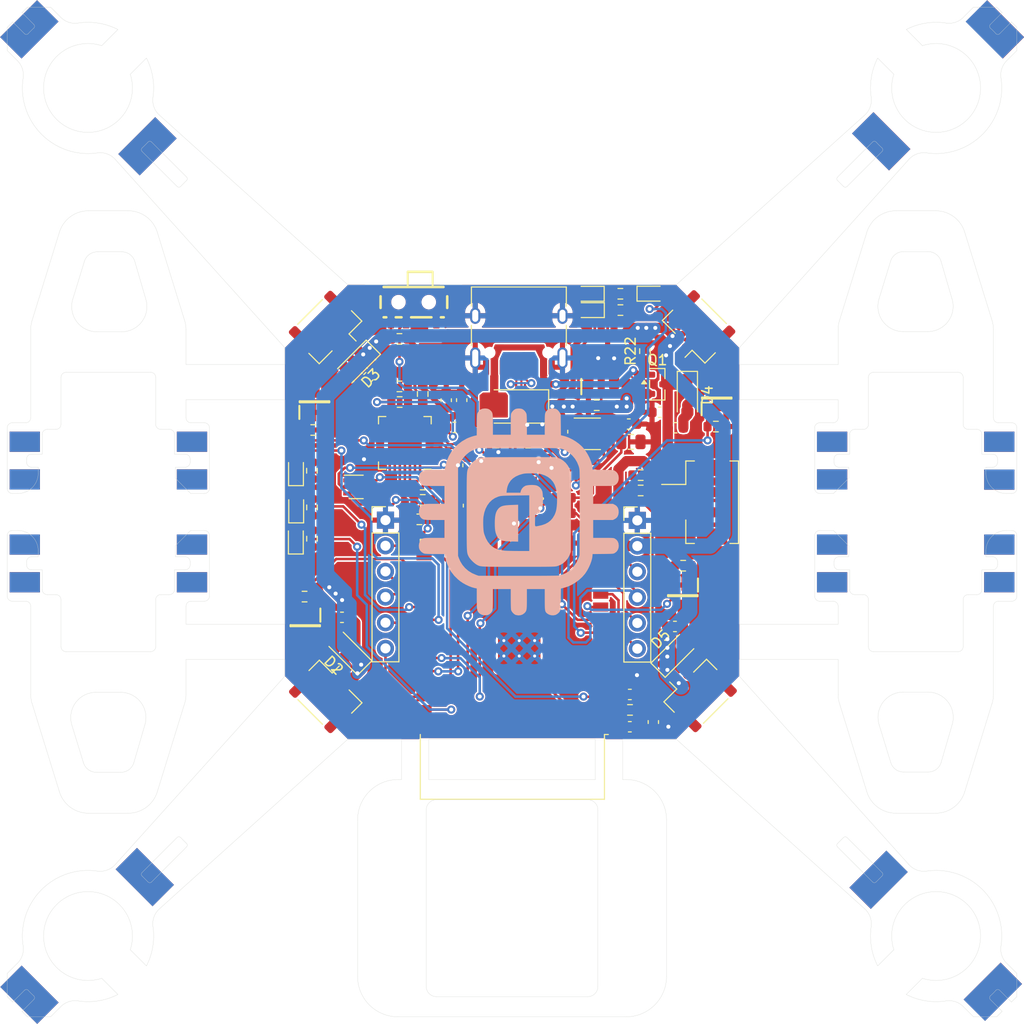
<source format=kicad_pcb>
(kicad_pcb (version 20241229) (generator "pcbnew") (generator_version "9.0")
  (layers (0 "F.Cu" signal) (2 "B.Cu" signal) (13 "F.Paste" user) (15 "B.Paste" user) (5 "F.SilkS" user "F.Silkscreen") (7 "B.SilkS" user "B.Silkscreen") (1 "F.Mask" user) (3 "B.Mask" user) (25 "Edge.Cuts" user))
  (net 0 "")
  (net 1 "VBUS")
  (net 2 "GND")
  (net 3 "Net-(U3-BP)")
  (net 4 "+3V3")
  (net 5 "+BATT")
  (net 6 "Net-(U6-VDD)")
  (net 7 "Net-(U9-REGOUT)")
  (net 8 "Net-(U9-CPOUT)")
  (net 9 "Net-(D2-A)")
  (net 10 "Net-(D3-A)")
  (net 11 "Net-(D4-A)")
  (net 12 "Net-(D5-A)")
  (net 13 "+5V")
  (net 14 "Net-(IC1-PROG)")
  (net 15 "Net-(IC1-~{STDBY})")
  (net 16 "Net-(IC1-~{CHRG})")
  (net 21 "Net-(LED1-A)")
  (net 22 "Net-(LED2-K)")
  (net 23 "Net-(LED3-K)")
  (net 24 "Net-(LED4-K)")
  (net 25 "Net-(LED5-K)")
  (net 26 "Net-(LED6-K)")
  (net 27 "Net-(U6-VBUS)")
  (net 28 "Net-(U6-~{RST})")
  (net 29 "Net-(U6-TXD)")
  (net 30 "Net-(U6-RXD)")
  (net 31 "Net-(U9-AD0)")
  (net 32 "LDO_EN")
  (net 73 "/Power/LDO_H")
  (net 74 "/Debug/D-")
  (net 75 "/Debug/D+")
  (net 76 "/Debug/DTR")
  (net 77 "/Debug/RTS")
  (net 78 "/Debug/IO0")
  (net 79 "/Debug/EN")
  (net 80 "/MCU/SDA")
  (net 81 "/MCU/RXD2")
  (net 82 "/MCU/TXD2")
  (net 83 "/MCU/SCL")
  (net 84 "/MCU/SRV_3")
  (net 85 "/MCU/SRV_4")
  (net 86 "/MCU/SRV_1")
  (net 87 "/MCU/SRV_2")
  (net 88 "/Debug/LED1")
  (net 89 "/Debug/LED2")
  (net 90 "/Debug/LED3")
  (net 91 "/Debug/TXD")
  (net 92 "/Debug/RXD")
  (net 93 "/MCU/MOTOR1")
  (net 94 "/MCU/MOTOR2")
  (net 95 "/MCU/MOTOR3")
  (net 96 "/MCU/MOTOR4")
  (net 97 "/MCU/ADC_BAT")
  (net 98 "/MCU/EXIO1")
  (net 99 "/MCU/EXI5")
  (net 100 "/MCU/EXIO2")
  (net 101 "/MCU/EXIO3")
  (net 102 "/MCU/EXIO4")
  (footprint "Resistor_SMD:R_0603_1608Metric" (layer "F.Cu") (at 111.08055 86.05393 -90)
    (property "Reference" "R16" (hide yes))
    (property "Value" "1K")
  )
  (footprint "loc_footprints:SOT95P237X112-3N" (layer "F.Cu") (at 110.41126 97.77222 -90)
    (property "Reference" "T1" (hide yes))
    (property "Value" "SI2302DS-T1" (hide yes))
  )
  (footprint "Capacitor_SMD:C_0603_1608Metric" (layer "F.Cu") (at 124.37618 75.43546 90)
    (property "Reference" "C7" (hide yes))
    (property "Value" "10uf")
  )
  (footprint "Capacitor_SMD:C_0603_1608Metric" (layer "F.Cu") (at 144.89049 107.31246 90)
    (property "Reference" "C9" (hide yes))
    (property "Value" "10uf")
  )
  (footprint "Resistor_SMD:R_0603_1608Metric" (layer "F.Cu") (at 139.28217 75.93203 180)
    (property "Reference" "Rprog1" (hide yes))
    (property "Value" "3.3K")
  )
  (footprint "Resistor_SMD:R_0603_1608Metric" (layer "F.Cu") (at 135.97763 85.09635)
    (property "Reference" "R12" (hide yes))
    (property "Value" "10k")
  )
  (footprint "Capacitor_SMD:C_0603_1608Metric" (layer "F.Cu") (at 126.57963 85.8774 90)
    (property "Reference" "C13" (hide yes))
    (property "Value" "0.1uf")
  )
  (footprint "Resistor_SMD:R_0603_1608Metric" (layer "F.Cu") (at 111.08055 89.154 -90)
    (property "Reference" "R15" (hide yes))
    (property "Value" "1K")
  )
  (footprint "Resistor_SMD:R_0603_1608Metric" (layer "F.Cu") (at 119.76481 75.61834 180)
    (property "Reference" "R7" (hide yes))
    (property "Value" "10k")
  )
  (footprint "Capacitor_SMD:C_0805_2012Metric" (layer "F.Cu") (at 142.66545 79.56423)
    (property "Reference" "C3" (hide yes))
    (property "Value" "2.2uF")
  )
  (footprint "Resistor_SMD:R_0603_1608Metric" (layer "F.Cu") (at 142.57782 106.11231 180)
    (property "Reference" "R10" (hide yes))
    (property "Value" "10k")
  )
  (footprint "Resistor_SMD:R_0603_1608Metric" (layer "F.Cu") (at 132.48894 79.6417 180)
    (property "Reference" "R13" (hide yes))
    (property "Value" "4.7k")
  )
  (footprint "Connector_USB:USB_C_Receptacle_HRO_TYPE-C-31-M-12" (layer "F.Cu") (at 131.57073 68.12407 180)
    (property "Reference" "J1" (hide yes))
    (property "Value" "USB_C_Receptacle_USB2.0")
  )
  (footprint "Resistor_SMD:R_0603_1608Metric" (layer "F.Cu") (at 121.71426 87.2363 180)
    (property "Reference" "R11" (hide yes))
    (property "Value" "10k")
  )
  (footprint "Package_TO_SOT_SMD:SOT-363_SC-70-6" (layer "F.Cu") (at 115.45189 84.02447)
    (property "Reference" "U7" (hide yes))
    (property "Value" "DDC114TU-7-F")
  )
  (footprint "loc_footprints:MPU6050" (layer "F.Cu") (at 130.96094 83.93542 180)
    (property "Reference" "U9" (hide yes))
    (property "Value" "MPU-6050" (hide yes))
  )
  (footprint "LED_SMD:LED_0603_1608Metric" (layer "F.Cu") (at 138.54716 66.51371 180)
    (property "Reference" "LED3" (hide yes))
    (property "Value" "CHG")
  )
  (footprint "Capacitor_SMD:C_0603_1608Metric" (layer "F.Cu") (at 142.45971 77.8002)
    (property "Reference" "C4" (hide yes))
    (property "Value" "10uF")
  )
  (footprint "LED_SMD:LED_0603_1608Metric" (layer "F.Cu") (at 109.49559 82.41284 90)
    (property "Reference" "LED6" (hide yes))
    (property "Value" "LED")
  )
  (footprint "LED_SMD:LED_0603_1608Metric" (layer "F.Cu") (at 144.75841 64.88684)
    (property "Reference" "LED1" (hide yes))
    (property "Value" "POW_LED")
  )
  (footprint "Package_DFN_QFN:QFN-28-1EP_5x5mm_P0.5mm_EP3.35x3.35mm" (layer "F.Cu") (at 120.27916 79.66456 180)
    (property "Reference" "U6" (hide yes))
    (property "Value" "CP2102N-Axx-xQFN28")
  )
  (footprint "RF_Module:ESP32-WROOM-32" (layer "F.Cu") (at 130.92811 99.10145 180)
    (property "Reference" "U8" (hide yes))
    (property "Value" "ESP32-WROOM-32")
  )
  (footprint "Capacitor_SMD:C_0603_1608Metric" (layer "F.Cu") (at 145.53692 76.63307 180)
    (property "Reference" "C5" (hide yes))
    (property "Value" "10uF")
  )
  (footprint "loc_footprints:slide switch spdt" (layer "F.Cu") (at 121.14911 66.14811 180)
    (property "Reference" "SW1" (hide yes))
    (property "Value" "K3-1280S-F1")
  )
  (footprint "Diode_SMD:D_SOD-123" (layer "F.Cu") (at 147.02409 100.51034 45)
    (property "Reference" "D5")
    (property "Value" "1N4148W")
  )
  (footprint "Resistor_SMD:R_0603_1608Metric" (layer "F.Cu") (at 122.04827 74.82586 90)
    (property "Reference" "R6" (hide yes))
    (property "Value" "22.1k")
  )
  (footprint "Resistor_SMD:R_0603_1608Metric" (layer "F.Cu") (at 111.20628 78.38694 180)
    (property "Reference" "R19" (hide yes))
    (property "Value" "10k")
  )
  (footprint "Capacitor_SMD:C_0603_1608Metric" (layer "F.Cu") (at 116.67617 73.152 -135)
    (property "Reference" "C16" (hide yes))
    (property "Value" "1uf")
  )
  (footprint "Resistor_SMD:R_0603_1608Metric" (layer "F.Cu") (at 143.63573 84.37626)
    (property "Reference" "U5" (hide yes))
    (property "Value" "100K")
  )
  (footprint "Resistor_SMD:R_0603_1608Metric" (layer "F.Cu") (at 111.07293 82.423 -90)
    (property "Reference" "R17" (hide yes))
    (property "Value" "1K")
  )
  (footprint "Resistor_SMD:R_0603_1608Metric" (layer "F.Cu") (at 135.97763 86.63432)
    (property "Reference" "R14" (hide yes))
    (property "Value" "10k")
  )
  (footprint "Capacitor_SMD:C_0603_1608Metric" (layer "F.Cu") (at 125.90907 75.42784 90)
    (property "Reference" "C6" (hide yes))
    (property "Value" "0.1uf")
  )
  (footprint "Resistor_SMD:R_0603_1608Metric" (layer "F.Cu") (at 141.6304 66.51117)
    (property "Reference" "R4" (hide yes))
    (property "Value" "1k3")
  )
  (footprint "Capacitor_SMD:C_0603_1608Metric" (layer "F.Cu") (at 138.06424 81.40319 180)
    (property "Reference" "C2" (hide yes))
    (property "Value" "470pF")
  )
  (footprint "Resistor_SMD:R_0603_1608Metric" (layer "F.Cu") (at 147.84451 91.82989)
    (property "Reference" "R21" (hide yes))
    (property "Value" "10k")
  )
  (footprint "Resistor_SMD:R_0603_1608Metric" (layer "F.Cu") (at 110.34522 94.88805)
    (property "Reference" "R18" (hide yes))
    (property "Value" "10k")
  )
  (footprint "Capacitor_SMD:C_0603_1608Metric" (layer "F.Cu") (at 125.18644 78.12913)
    (property "Reference" "C8" (hide yes))
    (property "Value" "1uf")
  )
  (footprint "Capacitor_SMD:C_0603_1608Metric" (layer "F.Cu") (at 147.08632 78.16596)
    (property "Reference" "C17" (hide yes))
    (property "Value" "1uf")
  )
  (footprint "loc_footprints:SOT95P237X112-3N" (layer "F.Cu") (at 147.80768 94.79661 -90)
    (property "Reference" "T4" (hide yes))
    (property "Value" "SI2302DS-T1" (hide yes))
  )
  (footprint "Connector_JST:JST_GH_SM02B-GHS-TB_1x02-1MP_P1.25mm_Horizontal" (layer "F.Cu") (at 112.69726 68.50253 -135)
    (property "Reference" "J5" (hide yes))
    (property "Value" "Conn_01x02_Socket")
  )
  (footprint "loc_footprints:SOT95P237X112-3N" (layer "F.Cu") (at 111.32947 75.59294 90)
    (property "Reference" "T2" (hide yes))
    (property "Value" "SI2302DS-T1" (hide yes))
  )
  (footprint "Resistor_SMD:R_0603_1608Metric" (layer "F.Cu") (at 143.63573 82.85607 180)
    (property "Reference" "U4" (hide yes))
    (property "Value" "100K")
  )
  (footprint "Resistor_SMD:R_0603_1608Metric" (layer "F.Cu") (at 119.74322 74.06894)
    (property "Reference" "R5" (hide yes))
    (property "Value" "47.5k")
  )
  (footprint "Diode_SMD:D_SOD-123" (layer "F.Cu") (at 115.48872 71.85533 -135)
    (property "Reference" "D3")
    (property "Value" "1N4148W")
  )
  (footprint "Capacitor_SMD:C_0603_1608Metric" (layer "F.Cu") (at 142.56161 107.77982)
    (property "Reference" "C10" (hide yes))
    (property "Value" "1uf")
  )
  (footprint "Connector_JST:JST_GH_SM02B-GHS-TB_1x02-1MP_P1.25mm_Horizontal" (layer "F.Cu") (at 149.25421 104.41305 45)
    (property "Reference" "J4" (hide yes))
    (property "Value" "Conn_01x02_Socket")
  )
  (footprint "Diode_SMD:D_SOD-123" (layer "F.Cu") (at 148.26107 74.94397 -90)
    (property "Reference" "D4")
    (property "Value" "1N4148W")
  )
  (footprint "Resistor_SMD:R_0603_1608Metric" (layer "F.Cu") (at 138.07313 82.91957)
    (property "Reference" "R1" (hide yes))
    (property "Value" "470R")
  )
  (footprint "Capacitor_SMD:C_0603_1608Metric" (layer "F.Cu") (at 147.02917 97.84588)
    (property "Reference" "C18" (hide yes))
    (property "Value" "1uf")
  )
  (footprint "Capacitor_SMD:C_0603_1608Metric" (layer "F.Cu") (at 142.56258 104.58069)
    (property "Reference" "C11" (hide yes))
    (property "Value" "0.1uf")
  )
  (footprint "Capacitor_SMD:C_0603_1608Metric" (layer "F.Cu") (at 126.53264 81.88833 90)
    (property "Reference" "C14" (hide yes))
    (property "Value" "10uf")
  )
  (footprint "Resistor_SMD:R_0603_1608Metric" (layer "F.Cu") (at 122.05081 83.78952)
    (property "Reference" "R8" (hide yes))
    (property "Value" "1k")
  )
  (footprint "loc_footprints:SOT95P237X112-3N" (layer "F.Cu") (at 151.16937 75.22464 90)
    (property "Reference" "T3" (hide yes))
    (property "Value" "SI2302DS-T1" (hide yes))
  )
  (footprint "Connector_JST:JST_PH_B2B-PH-SM4-TB_1x02-1MP_P2.00mm_Vertical" (layer "F.Cu") (at 148.96503 85.54085 -90)
    (property "Reference" "J3" (hide yes))
    (property "Value" "B2B-PH-SM4-TB(LF)(SN)")
  )
  (footprint "LED_SMD:LED_0603_1608Metric" (layer "F.Cu") (at 109.51464 86.09997 90)
    (property "Reference" "LED5" (hide yes))
    (property "Value" "LED")
  )
  (footprint "Resistor_SMD:R_0603_1608Metric" (layer "F.Cu") (at 141.62278 64.89573)
    (property "Reference" "R3" (hide yes))
    (property "Value" "1k3")
  )
  (footprint "Package_TO_SOT_SMD:SOT-23-5" (layer "F.Cu") (at 138.85037 78.7654)
    (property "Reference" "U3" (hide yes))
    (property "Value" "MIC5219-3.3YM5")
  )
  (footprint "Connector_PinHeader_2.54mm:PinHeader_1x06_P2.54mm_Vertical" (layer "F.Cu") (at 118.35892 87.31377)
    (property "Reference" "J8" (hide yes))
    (property "Value" "Conn_01x06_Socket" (hide yes))
  )
  (footprint "Resistor_SMD:R_0603_1608Metric" (layer "F.Cu") (at 119.74195 69.36486 180)
    (property "Reference" "R2" (hide yes))
    (property "Value" "100K")
  )
  (footprint "Diode_SMD:D_SMA" (layer "F.Cu") (at 131.12242 76.05649 180)
    (property "Reference" "D1" (hide yes))
    (property "Value" "SS34")
  )
  (footprint "Capacitor_SMD:C_0603_1608Metric" (layer "F.Cu") (at 129.44221 79.63535 180)
    (property "Reference" "C12" (hide yes))
    (property "Value" "0.1uF")
  )
  (footprint "Package_TO_SOT_SMD:SOT-23" (layer "F.Cu") (at 145.2775 73.86)
    (property "Reference" "Q1")
    (property "Value" "AO3401A")
  )
  (footprint "Resistor_SMD:R_0603_1608Metric" (layer "F.Cu") (at 151.08428 78.04785 180)
    (property "Reference" "R20" (hide yes))
    (property "Value" "10k")
  )
  (footprint "Capacitor_SMD:C_0603_1608Metric" (layer "F.Cu") (at 135.90397 78.55204 -90)
    (property "Reference" "C1" (hide yes))
    (property "Value" "10uF")
  )
  (footprint "LED_SMD:LED_0603_1608Metric" (layer "F.Cu") (at 138.53668 64.89827 180)
    (property "Reference" "LED2" (hide yes))
    (property "Value" "CHG")
  )
  (footprint "loc_footprints:SOIC127P600X175-9N" (layer "F.Cu") (at 140.36167 71.37527 90)
    (property "Reference" "IC1" (hide yes))
    (property "Value" "TP4056" (hide yes))
  )
  (footprint "Connector_JST:JST_GH_SM02B-GHS-TB_1x02-1MP_P1.25mm_Horizontal" (layer "F.Cu") (at 149.10054 68.44284 135)
    (property "Reference" "J6" (hide yes))
    (property "Value" "Conn_01x02_Socket")
  )
  (footprint "LED_SMD:LED_0603_1608Metric" (layer "F.Cu") (at 109.48162 89.18353 90)
    (property "Reference" "LED4" (hide yes))
    (property "Value" "LED")
  )
  (footprint "Resistor_SMD:R_0603_1608Metric" (layer "F.Cu") (at 144.06 70.575 90)
    (property "Reference" "R22")
    (property "Value" "100k")
  )
  (footprint "Connector_JST:JST_GH_SM02B-GHS-TB_1x02-1MP_P1.25mm_Horizontal" (layer "F.Cu") (at 112.7125 104.50576 -45)
    (property "Reference" "J2" (hide yes))
    (property "Value" "Conn_01x02_Socket")
  )
  (footprint "Capacitor_SMD:C_0603_1608Metric" (layer "F.Cu") (at 114.05108 96.94164 180)
    (property "Reference" "C15" (hide yes))
    (property "Value" "1uf")
  )
  (footprint "Resistor_SMD:R_0603_1608Metric" (layer "F.Cu") (at 122.04954 85.30971)
    (property "Reference" "R9" (hide yes))
    (property "Value" "1k")
  )
  (footprint "Connector_PinHeader_2.54mm:PinHeader_1x06_P2.54mm_Vertical" (layer "F.Cu") (at 143.30299 87.34171)
    (property "Reference" "J9" (hide yes))
    (property "Value" "Conn_01x06_Socket" (hide yes))
  )
  (footprint "Diode_SMD:D_SOD-123" (layer "F.Cu") (at 114.63655 100.28682 135)
    (property "Reference" "D2")
    (property "Value" "1N4148W")
  )
  (footprint "LOGO" (layer "B.Cu") (at 131.5 86.5 180)
    (property "Reference" "G***" (hide yes))
    (property "Value" "LOGO" (hide yes))
  )
  (gr_poly (pts (xy 100.69741 78.54899) (xy 97.69742 78.54899) (xy 97.69742 80.54899) (xy 100.69741 80.54899)) (fill yes) (layer "F.Cu"))
  (gr_poly (pts (xy 175.83994 37.939282) (xy 179.50389 41.604502) (xy 181.62098 39.478522) (xy 177.96211 35.817112)) (fill yes) (layer "F.Cu"))
  (gr_poly (pts (xy 85.98916 135.09244) (xy 82.32521 131.42722) (xy 80.20812 133.5532) (xy 83.86699 137.21461)) (fill yes) (layer "F.Cu"))
  (gr_poly (pts (xy 84.13737 82.28279) (xy 81.13738 82.28279) (xy 81.13738 84.28279) (xy 84.13737 84.28279)) (fill yes) (layer "F.Cu"))
  (gr_poly (pts (xy 100.69741 82.28279) (xy 97.69742 82.28279) (xy 97.69742 84.28279) (xy 100.69741 84.28279)) (fill yes) (layer "F.Cu"))
  (gr_poly (pts (xy 84.13737 92.46819) (xy 81.13738 92.46819) (xy 81.13738 94.46819) (xy 84.13737 94.46819)) (fill yes) (layer "F.Cu"))
  (gr_poly (pts (xy 94.013711 53.175414) (xy 97.678931 49.511464) (xy 95.552951 47.394374) (xy 91.891541 51.053244)) (fill yes) (layer "F.Cu"))
  (gr_poly (pts (xy 82.30997 41.59631) (xy 85.97519 37.93236) (xy 83.84921 35.81527) (xy 80.1878 39.47414)) (fill yes) (layer "F.Cu"))
  (gr_poly (pts (xy 180.65737 82.30184) (xy 177.65738 82.30184) (xy 177.65738 84.30184) (xy 180.65737 84.30184)) (fill yes) (layer "F.Cu"))
  (gr_poly (pts (xy 84.13737 88.73439) (xy 81.13738 88.73439) (xy 81.13738 90.73439) (xy 84.13737 90.73439)) (fill yes) (layer "F.Cu"))
  (gr_poly (pts (xy 84.13737 78.54899) (xy 81.13738 78.54899) (xy 81.13738 80.54899) (xy 84.13737 80.54899)) (fill yes) (layer "F.Cu"))
  (gr_poly (pts (xy 164.09657 92.46819) (xy 161.09658 92.46819) (xy 161.09658 94.46819) (xy 164.09657 94.46819)) (fill yes) (layer "F.Cu"))
  (gr_poly (pts (xy 164.574045 49.020737) (xy 168.237995 52.685957) (xy 170.355085 50.559977) (xy 166.696215 46.898567)) (fill yes) (layer "F.Cu"))
  (gr_poly (pts (xy 164.09657 82.28279) (xy 161.09658 82.28279) (xy 161.09658 84.28279) (xy 164.09657 84.28279)) (fill yes) (layer "F.Cu"))
  (gr_poly (pts (xy 100.69741 88.73439) (xy 97.69742 88.73439) (xy 97.69742 90.73439) (xy 100.69741 90.73439)) (fill yes) (layer "F.Cu"))
  (gr_poly (pts (xy 180.65737 92.46184) (xy 177.65738 92.46184) (xy 177.65738 94.46184) (xy 180.65737 94.46184)) (fill yes) (layer "F.Cu"))
  (gr_poly (pts (xy 100.69741 92.46819) (xy 97.69742 92.46819) (xy 97.69742 94.46819) (xy 100.69741 94.46819)) (fill yes) (layer "F.Cu"))
  (gr_poly (pts (xy 167.966213 120.047966) (xy 164.300993 123.711916) (xy 166.426973 125.829006) (xy 170.088383 122.170136)) (fill yes) (layer "F.Cu"))
  (gr_poly (pts (xy 179.287742 131.128072) (xy 175.622522 134.792022) (xy 177.748502 136.909112) (xy 181.409912 133.250242)) (fill yes) (layer "F.Cu"))
  (gr_poly (pts (xy 180.65737 78.54899) (xy 177.65738 78.54899) (xy 177.65738 80.54899) (xy 180.65737 80.54899)) (fill yes) (layer "F.Cu"))
  (gr_poly (pts (xy 180.65737 88.73439) (xy 177.65738 88.73439) (xy 177.65738 90.73439) (xy 180.65737 90.73439)) (fill yes) (layer "F.Cu"))
  (gr_poly (pts (xy 164.09657 78.54899) (xy 161.09658 78.54899) (xy 161.09658 80.54899) (xy 164.09657 80.54899)) (fill yes) (layer "F.Cu"))
  (gr_poly (pts (xy 97.411917 123.437451) (xy 93.747967 119.772231) (xy 91.630877 121.898211) (xy 95.289747 125.559621)) (fill yes) (layer "F.Cu"))
  (gr_poly (pts (xy 164.09657 88.73439) (xy 161.09658 88.73439) (xy 161.09658 90.73439) (xy 164.09657 90.73439)) (fill yes) (layer "F.Cu"))
  (gr_poly (pts (xy 168.227882 52.684779) (xy 164.562662 49.020829) (xy 166.688642 46.903739) (xy 170.350052 50.562609)) (fill yes) (layer "B.Cu"))
  (gr_poly (pts (xy 84.13521 78.54975) (xy 81.13522 78.54975) (xy 81.13522 80.54975) (xy 84.13521 80.54975)) (fill yes) (layer "B.Cu"))
  (gr_poly (pts (xy 84.13521 88.73515) (xy 81.13522 88.73515) (xy 81.13522 90.73515) (xy 84.13521 90.73515)) (fill yes) (layer "B.Cu"))
  (gr_poly (pts (xy 180.65521 92.4626) (xy 177.65522 92.4626) (xy 177.65522 94.4626) (xy 180.65521 94.4626)) (fill yes) (layer "B.Cu"))
  (gr_poly (pts (xy 180.65521 78.54975) (xy 177.65522 78.54975) (xy 177.65522 80.54975) (xy 180.65521 80.54975)) (fill yes) (layer "B.Cu"))
  (gr_poly (pts (xy 180.65521 88.73515) (xy 177.65522 88.73515) (xy 177.65522 90.73515) (xy 180.65521 90.73515)) (fill yes) (layer "B.Cu"))
  (gr_poly (pts (xy 179.284972 131.139272) (xy 175.619752 134.803222) (xy 177.745732 136.920312) (xy 181.407142 133.261442)) (fill yes) (layer "B.Cu"))
  (gr_poly (pts (xy 97.41012 123.438588) (xy 93.74617 119.773368) (xy 91.62908 121.899348) (xy 95.28795 125.560758)) (fill yes) (layer "B.Cu"))
  (gr_poly (pts (xy 164.09441 88.73515) (xy 161.09442 88.73515) (xy 161.09442 90.73515) (xy 164.09441 90.73515)) (fill yes) (layer "B.Cu"))
  (gr_poly (pts (xy 167.970803 120.041992) (xy 164.305583 123.705942) (xy 166.431563 125.823032) (xy 170.092973 122.164162)) (fill yes) (layer "B.Cu"))
  (gr_poly (pts (xy 164.09441 92.46895) (xy 161.09442 92.46895) (xy 161.09442 94.46895) (xy 164.09441 94.46895)) (fill yes) (layer "B.Cu"))
  (gr_poly (pts (xy 82.31124 41.59758) (xy 85.97646 37.93363) (xy 83.85048 35.81654) (xy 80.18907 39.47541)) (fill yes) (layer "B.Cu"))
  (gr_poly (pts (xy 94.014981 53.176684) (xy 97.680201 49.512734) (xy 95.554221 47.395644) (xy 91.892811 51.054514)) (fill yes) (layer "B.Cu"))
  (gr_poly (pts (xy 100.69525 88.73515) (xy 97.69526 88.73515) (xy 97.69526 90.73515) (xy 100.69525 90.73515)) (fill yes) (layer "B.Cu"))
  (gr_poly (pts (xy 164.09441 82.28355) (xy 161.09442 82.28355) (xy 161.09442 84.28355) (xy 164.09441 84.28355)) (fill yes) (layer "B.Cu"))
  (gr_poly (pts (xy 179.483713 41.601388) (xy 175.818493 37.937438) (xy 177.944473 35.820348) (xy 181.605883 39.479218)) (fill yes) (layer "B.Cu"))
  (gr_poly (pts (xy 84.13521 82.28355) (xy 81.13522 82.28355) (xy 81.13522 84.28355) (xy 84.13521 84.28355)) (fill yes) (layer "B.Cu"))
  (gr_poly (pts (xy 84.13521 92.46895) (xy 81.13522 92.46895) (xy 81.13522 94.46895) (xy 84.13521 94.46895)) (fill yes) (layer "B.Cu"))
  (gr_poly (pts (xy 100.69525 78.54975) (xy 97.69526 78.54975) (xy 97.69526 80.54975) (xy 100.69525 80.54975)) (fill yes) (layer "B.Cu"))
  (gr_poly (pts (xy 85.987363 135.093577) (xy 82.323413 131.428357) (xy 80.206323 133.554337) (xy 83.865193 137.215747)) (fill yes) (layer "B.Cu"))
  (gr_poly (pts (xy 100.69525 92.46895) (xy 97.69526 92.46895) (xy 97.69526 94.46895) (xy 100.69525 94.46895)) (fill yes) (layer "B.Cu"))
  (gr_poly (pts (xy 100.69525 82.28355) (xy 97.69526 82.28355) (xy 97.69526 84.28355) (xy 100.69525 84.28355)) (fill yes) (layer "B.Cu"))
  (gr_poly (pts (xy 164.09441 78.54975) (xy 161.09442 78.54975) (xy 161.09442 80.54975) (xy 164.09441 80.54975)) (fill yes) (layer "B.Cu"))
  (gr_poly (pts (xy 180.65521 82.3026) (xy 177.65522 82.3026) (xy 177.65522 84.3026) (xy 180.65521 84.3026)) (fill yes) (layer "B.Cu"))
  (gr_arc (start 89.744997 112.289635) (mid 88.937928 112.034254) (end 88.445001 111.346067) (stroke (width 0.0254)) (layer "Edge.Cuts"))
  (gr_arc (start 95.10218 72.67372) (mid 95.455635 72.820132) (end 95.60204 73.17359) (stroke (width 0.0254)) (layer "Edge.Cuts"))
  (gr_arc (start 81.96174 88.34323) (mid 83.375954 88.929016) (end 83.96174 90.34323) (stroke (width 0.0254)) (layer "Edge.Cuts"))
  (gr_line (start 83.96174 82.6737) (end 83.96174 82.07375) (stroke (width 0.0254)) (layer "Edge.Cuts"))
  (gr_line (start 108.39755 97.61652) (end 98.6023 97.61652) (stroke (width 0.0254)) (layer "Edge.Cuts"))
  (gr_arc (start 177.43323 94.19336) (mid 177.286821 94.546821) (end 176.93336 94.69323) (stroke (width 0.0254)) (layer "Edge.Cuts"))
  (gr_line (start 97.46158 92.2434) (end 97.46158 94.19336) (stroke (width 0.0254)) (layer "Edge.Cuts"))
  (gr_line (start 81.43774 37.96817) (end 80.89748 38.50843) (stroke (width 0.0254)) (layer "Edge.Cuts"))
  (gr_line (start 83.96174 90.94343) (end 83.96174 90.34323) (stroke (width 0.0254)) (layer "Edge.Cuts"))
  (gr_line (start 97.46158 78.82357) (end 97.46158 80.77378) (stroke (width 0.0254)) (layer "Edge.Cuts"))
  (gr_arc (start 167.53129 50.44186) (mid 167.613116 50.614349) (end 167.549525 50.79436) (stroke (width 0.0254)) (layer "Edge.Cuts"))
  (gr_arc (start 82.4705 129.48056) (mid 84.285193 123.92837) (end 89.824564 122.074913) (stroke (width 0.0254)) (layer "Edge.Cuts"))
  (gr_arc (start 163.2834 82.07375) (mid 162.929755 81.927265) (end 162.78327 81.57362) (stroke (width 0.0254)) (layer "Edge.Cuts"))
  (gr_arc (start 146.19758 132.5085) (mid 145.02601 135.33692) (end 142.19759 136.50849) (stroke (width 0.0254)) (layer "Edge.Cuts"))
  (gr_line (start 82.81162 91.74328) (end 82.81162 91.4433) (stroke (width 0.0254)) (layer "Edge.Cuts"))
  (gr_line (start 98.6023 104.58094) (end 98.6023 101.11638) (stroke (width 0.0254)) (layer "Edge.Cuts"))
  (gr_arc (start 164.070152 54.276373) (mid 163.89 54.34) (end 163.717419 54.258013) (stroke (width 0.0254)) (layer "Edge.Cuts"))
  (gr_line (start 162.73323 84.67369) (end 164.23336 83.17357) (stroke (width 0.0254)) (layer "Edge.Cuts"))
  (gr_arc (start 96.10217 78.32369) (mid 95.748532 78.177208) (end 95.60205 77.82357) (stroke (width 0.0254)) (layer "Edge.Cuts"))
  (gr_arc (start 98.46793 67.54901) (mid 98.568337 67.987453) (end 98.602059 68.43598) (stroke (width 0.0254)) (layer "Edge.Cuts"))
  (gr_arc (start 98.665118 53.335878) (mid 98.728745 53.516034) (end 98.646758 53.688611) (stroke (width 0.0254)) (layer "Edge.Cuts"))
  (gr_line (start 176.6029 136.50849) (end 178.89754 136.50849) (stroke (width 0.0254)) (layer "Edge.Cuts"))
  (gr_arc (start 180.39741 88.34323) (mid 180.751049 88.489718) (end 180.89753 88.84336) (stroke (width 0.0254)) (layer "Edge.Cuts"))
  (gr_line (start 100.42576 77.67371) (end 99.10217 77.67371) (stroke (width 0.0254)) (layer "Edge.Cuts"))
  (gr_arc (start 95.18346 123.16054) (mid 95.003305 123.224152) (end 94.830727 123.14218) (stroke (width 0.0254)) (layer "Edge.Cuts"))
  (gr_line (start 94.26372 122.57507) (end 94.830727 123.14218) (stroke (width 0.0254)) (layer "Edge.Cuts"))
  (gr_arc (start 179.83327 84.67369) (mid 178.41907 84.087903) (end 177.83329 82.6737) (stroke (width 0.0254)) (layer "Edge.Cuts"))
  (gr_arc (start 81.39761 95.34322) (mid 81.044149 95.196811) (end 80.89774 94.84335) (stroke (width 0.0254)) (layer "Edge.Cuts"))
  (gr_arc (start 178.26457 134.79475) (mid 178.191601 134.61194) (end 178.273666 134.433028) (stroke (width 0.0254)) (layer "Edge.Cuts"))
  (gr_line (start 153.39746 101.11638) (end 163.19272 101.11638) (stroke (width 0.0254)) (layer "Edge.Cuts"))
  (gr_line (start 83.3115 90.94343) (end 83.96174 90.94343) (stroke (width 0.0254)) (layer "Edge.Cuts"))
  (gr_line (start 81.39761 84.67369) (end 81.96174 84.67369) (stroke (width 0.0254)) (layer "Edge.Cuts"))
  (gr_line (start 108.39755 101.11638) (end 108.39755 102.76891) (stroke (width 0.0254)) (layer "Edge.Cuts"))
  (gr_arc (start 82.72095 95.34322) (mid 83.074582 95.489705) (end 83.22106 95.84334) (stroke (width 0.0254)) (layer "Edge.Cuts"))
  (gr_line (start 99.01174 91.4433) (end 99.01174 91.74328) (stroke (width 0.0254)) (layer "Edge.Cuts"))
  (gr_arc (start 166.69284 100.34321) (mid 166.339379 100.196801) (end 166.19297 99.84334) (stroke (width 0.0254)) (layer "Edge.Cuts"))
  (gr_line (start 84.36153 92.2434) (end 83.3115 92.2434) (stroke (width 0.0254)) (layer "Edge.Cuts"))
  (gr_arc (start 139.39749 133.5085) (mid 139.104593 134.2156) (end 138.39749 134.50849) (stroke (width 0.0254)) (layer "Edge.Cuts"))
  (gr_arc (start 88.93277 116.34089) (mid 87.152449 115.755524) (end 86.066887 114.227861) (stroke (width 0.0254)) (layer "Edge.Cuts"))
  (gr_arc (start 123.39752 134.50849) (mid 122.69042 134.2156) (end 122.39753 133.5085) (stroke (width 0.0254)) (layer "Edge.Cuts"))
  (gr_line (start 172.86224 56.67604) (end 168.90442 56.67604) (stroke (width 0.0254)) (layer "Edge.Cuts"))
  (gr_line (start 160.86913 88.84336) (end 160.86913 94.84335) (stroke (width 0.0254)) (layer "Edge.Cuts"))
  (gr_line (start 178.57394 77.17358) (end 178.57394 68.43598) (stroke (width 0.0254)) (layer "Edge.Cuts"))
  (gr_line (start 98.6023 75.40041) (end 108.39755 75.40041) (stroke (width 0.0254)) (layer "Edge.Cuts"))
  (gr_arc (start 171.97426 122.07443) (mid 171.008264 121.975464) (end 170.202724 121.433202) (stroke (width 0.0254)) (layer "Edge.Cuts"))
  (gr_arc (start 100.92589 94.84335) (mid 100.779405 95.196995) (end 100.42576 95.34348) (stroke (width 0.0254)) (layer "Edge.Cuts"))
  (gr_line (start 141.84757 109.00842) (end 147.15795 109.00842) (stroke (width 0.0254)) (layer "Edge.Cuts"))
  (gr_arc (start 95.6023 95.19336) (mid 95.748709 94.839899) (end 96.10217 94.69349) (stroke (width 0.0254)) (layer "Edge.Cuts"))
  (gr_arc (start 174.47 65.4) (mid 174.094098 67.622739) (end 172.081948 68.639165) (stroke (width 0.0254)) (layer "Edge.Cuts"))
  (gr_arc (start 172.081952 60.71953) (mid 172.889023 60.974909) (end 173.381948 61.663098) (stroke (width 0.0254)) (layer "Edge.Cuts"))
  (gr_line (start 175.57395 73.17359) (end 175.57395 77.82357) (stroke (width 0.0254)) (layer "Edge.Cuts"))
  (gr_line (start 82.35722 37.04895) (end 83.53044 38.22217) (stroke (width 0.0254)) (layer "Edge.Cuts"))
  (gr_line (start 95.6023 73.17359) (end 95.6023 77.82357) (stroke (width 0.0254)) (layer "Edge.Cuts"))
  (gr_arc (start 83.35518 105.46791) (mid 83.254781 105.029466) (end 83.221063 104.58094) (stroke (width 0.0254)) (layer "Edge.Cuts"))
  (gr_line (start 139.39749 116.0084) (end 139.39749 133.5085) (stroke (width 0.0254)) (layer "Edge.Cuts"))
  (gr_arc (start 173.392929 111.321817) (mid 172.899999 112.010001) (end 172.092933 112.265385) (stroke (width 0.0254)) (layer "Edge.Cuts"))
  (gr_line (start 95.10218 100.34321) (end 86.72094 100.34321) (stroke (width 0.0254)) (layer "Edge.Cuts"))
  (gr_arc (start 178.48326 80.77378) (mid 178.836721 80.920189) (end 178.98313 81.27365) (stroke (width 0.0254)) (layer "Edge.Cuts"))
  (gr_line (start 86.20329 37.51961) (end 85.19211 36.50844) (stroke (width 0.0254)) (layer "Edge.Cuts"))
  (gr_line (start 86.22107 99.84334) (end 86.22107 95.19336) (stroke (width 0.0254)) (layer "Edge.Cuts"))
  (gr_arc (start 100.42576 77.67371) (mid 100.779221 77.820119) (end 100.92563 78.17358) (stroke (width 0.0254)) (layer "Edge.Cuts"))
  (gr_line (start 179.83327 84.67369) (end 180.39741 84.67369) (stroke (width 0.0254)) (layer "Edge.Cuts"))
  (gr_line (start 86.72094 72.67372) (end 95.10218 72.67372) (stroke (width 0.0254)) (layer "Edge.Cuts"))
  (gr_line (start 166.69284 72.67372) (end 175.07382 72.67372) (stroke (width 0.0254)) (layer "Edge.Cuts"))
  (gr_arc (start 85.72094 94.69323) (mid 86.074585 94.839715) (end 86.22107 95.19336) (stroke (width 0.0254)) (layer "Edge.Cuts"))
  (gr_arc (start 89.78 68.65987) (mid 87.76785 67.643444) (end 87.391948 65.420705) (stroke (width 0.0254)) (layer "Edge.Cuts"))
  (gr_line (start 108.39755 75.40041) (end 108.39755 97.61652) (stroke (width 0.0254)) (layer "Edge.Cuts"))
  (gr_line (start 98.6023 101.11638) (end 108.39755 101.11638) (stroke (width 0.0254)) (layer "Edge.Cuts"))
  (gr_line (start 86.22107 77.82357) (end 86.22107 73.17359) (stroke (width 0.0254)) (layer "Edge.Cuts"))
  (gr_arc (start 87.92541 38.08146) (mid 89.942311 38.09289) (end 91.858612 38.722026) (stroke (width 0.0254)) (layer "Edge.Cuts"))
  (gr_arc (start 83.22107 77.17358) (mid 83.074588 77.527218) (end 82.72095 77.6737) (stroke (width 0.0254)) (layer "Edge.Cuts"))
  (gr_arc (start 167.53129 50.44186) (mid 167.240588 50.165383) (end 166.964112 49.874679) (stroke (width 0.0254)) (layer "Edge.Cuts"))
  (gr_line (start 89.839997 60.740235) (end 92.230004 60.740235) (stroke (width 0.0254)) (layer "Edge.Cuts"))
  (gr_line (start 180.35702 135.04875) (end 180.89753 134.50849) (stroke (width 0.0254)) (layer "Edge.Cuts"))
  (gr_arc (start 89.82075 50.94249) (mid 90.786746 51.041456) (end 91.592286 51.583718) (stroke (width 0.0254)) (layer "Edge.Cuts"))
  (gr_line (start 84.36153 80.77378) (end 84.36153 78.82357) (stroke (width 0.0254)) (layer "Edge.Cuts"))
  (gr_line (start 177.83328 90.34323) (end 177.83328 90.94343) (stroke (width 0.0254)) (layer "Edge.Cuts"))
  (gr_line (start 153.39746 75.40041) (end 163.19272 75.40041) (stroke (width 0.0254)) (layer "Edge.Cuts"))
  (gr_arc (start 99.01174 81.57362) (mid 98.865258 81.927258) (end 98.51162 82.07374) (stroke (width 0.0254)) (layer "Edge.Cuts"))
  (gr_line (start 108.39755 102.76891) (end 91.59215 121.43308) (stroke (width 0.0254)) (layer "Edge.Cuts"))
  (gr_arc (start 97.46158 94.19336) (mid 97.315171 94.546821) (end 96.96171 94.69323) (stroke (width 0.0254)) (layer "Edge.Cuts"))
  (gr_line (start 178.57394 104.58094) (end 178.57394 95.84334) (stroke (width 0.0254)) (layer "Edge.Cuts"))
  (gr_line (start 98.51162 92.2434) (end 97.46158 92.2434) (stroke (width 0.0254)) (layer "Edge.Cuts"))
  (gr_arc (start 163.19272 68.43598) (mid 163.226439 67.987455) (end 163.326837 67.549012) (stroke (width 0.0254)) (layer "Edge.Cuts"))
  (gr_line (start 95.18351 123.160585) (end 98.661496 119.677256) (stroke (width 0.0254)) (layer "Edge.Cuts"))
  (gr_line (start 163.19272 97.61652) (end 153.39746 97.61652) (stroke (width 0.0254)) (layer "Edge.Cuts"))
  (gr_arc (start 82.47152 129.4859) (mid 82.395004 130.411484) (end 81.908699 131.202729) (stroke (width 0.0254)) (layer "Edge.Cuts"))
  (gr_arc (start 91.59215 121.43308) (mid 90.786684 121.975296) (end 89.820775 122.074258) (stroke (width 0.0254)) (layer "Edge.Cuts"))
  (gr_line (start 141.84757 113.00841) (end 141.84757 109.00842) (stroke (width 0.0254)) (layer "Edge.Cuts"))
  (gr_arc (start 122.39752 116.0084) (mid 122.690417 115.3013) (end 123.39752 115.00841) (stroke (width 0.0254)) (layer "Edge.Cuts"))
  (gr_line (start 179.1838 133.87553) (end 180.35702 135.04875) (stroke (width 0.0254)) (layer "Edge.Cuts"))
  (gr_arc (start 84.36153 78.82357) (mid 84.508011 78.469918) (end 84.86166 78.32343) (stroke (width 0.0254)) (layer "Edge.Cuts"))
  (gr_line (start 83.53044 134.79501) (end 82.35722 135.96823) (stroke (width 0.0254)) (layer "Edge.Cuts"))
  (gr_line (start 99.06153 84.67369) (end 100.42576 84.67369) (stroke (width 0.0254)) (layer "Edge.Cuts"))
  (gr_arc (start 82.81162 81.27365) (mid 82.958031 80.920181) (end 83.3115 80.77377) (stroke (width 0.0254)) (layer "Edge.Cuts"))
  (gr_arc (start 168.391949 61.663098) (mid 168.884876 60.974911) (end 169.691945 60.71953) (stroke (width 0.0254)) (layer "Edge.Cuts"))
  (gr_line (start 85.72094 94.69323) (end 84.86166 94.69323) (stroke (width 0.0254)) (layer "Edge.Cuts"))
  (gr_line (start 94.618052 65.420705) (end 93.53 61.683803) (stroke (width 0.0254)) (layer "Edge.Cuts"))
  (gr_line (start 164.23336 89.84336) (end 162.73323 88.34323) (stroke (width 0.0254)) (layer "Edge.Cuts"))
  (gr_line (start 164.23336 82.07375) (end 163.2834 82.07375) (stroke (width 0.0254)) (layer "Edge.Cuts"))
  (gr_line (start 98.51162 82.07375) (end 97.56166 82.07375) (stroke (width 0.0254)) (layer "Edge.Cuts"))
  (gr_line (start 82.81162 81.57362) (end 82.81162 81.27365) (stroke (width 0.0254)) (layer "Edge.Cuts"))
  (gr_line (start 98.643256 119.324741) (end 98.076249 118.757631) (stroke (width 0.0254)) (layer "Edge.Cuts"))
  (gr_line (start 179.4378 135.96823) (end 178.26457 134.79501) (stroke (width 0.0254)) (layer "Edge.Cuts"))
  (gr_line (start 82.72095 77.67371) (end 81.39761 77.67371) (stroke (width 0.0254)) (layer "Edge.Cuts"))
  (gr_line (start 168.71188 43.1513) (end 167.11016 41.54957) (stroke (width 0.0254)) (layer "Edge.Cuts"))
  (gr_arc (start 80.89748 78.17358) (mid 81.043965 77.819935) (end 81.39761 77.67345) (stroke (width 0.0254)) (layer "Edge.Cuts"))
  (gr_line (start 163.19272 75.40041) (end 163.19272 77.17358) (stroke (width 0.0254)) (layer "Edge.Cuts"))
  (gr_line (start 162.78327 91.74328) (end 162.78327 91.4433) (stroke (width 0.0254)) (layer "Edge.Cuts"))
  (gr_line (start 180.89753 134.50849) (end 180.89753 132.21386) (stroke (width 0.0254)) (layer "Edge.Cuts"))
  (gr_line (start 169.691945 60.71953) (end 172.081952 60.71953) (stroke (width 0.0254)) (layer "Edge.Cuts"))
  (gr_line (start 166.19271 99.84334) (end 166.19271 95.19336) (stroke (width 0.0254)) (layer "Edge.Cuts"))
  (gr_line (start 122.64746 109.00842) (end 122.64746 113.00841) (stroke (width 0.0254)) (layer "Edge.Cuts"))
  (gr_arc (start 165.82213 125.81382) (mid 166.364346 126.619286) (end 166.463308 127.585195) (stroke (width 0.0254)) (layer "Edge.Cuts"))
  (gr_line (start 164.33343 80.77378) (end 164.33343 78.82357) (stroke (width 0.0254)) (layer "Edge.Cuts"))
  (gr_arc (start 176.93336 78.32369) (mid 177.286829 78.470101) (end 177.43324 78.82357) (stroke (width 0.0254)) (layer "Edge.Cuts"))
  (gr_arc (start 179.88636 131.20268) (mid 179.400073 130.411462) (end 179.323561 129.485909) (stroke (width 0.0254)) (layer "Edge.Cuts"))
  (gr_line (start 94.68485 41.54957) (end 93.08288 43.1513) (stroke (width 0.0254)) (layer "Edge.Cuts"))
  (gr_line (start 170.20286 121.43308) (end 153.39746 102.76891) (stroke (width 0.0254)) (layer "Edge.Cuts"))
  (gr_arc (start 178.98339 81.57362) (mid 178.836905 81.927265) (end 178.48326 82.07375) (stroke (width 0.0254)) (layer "Edge.Cuts"))
  (gr_line (start 80.89748 88.84336) (end 80.89748 94.84335) (stroke (width 0.0254)) (layer "Edge.Cuts"))
  (gr_line (start 166.19271 77.82357) (end 166.19271 73.17359) (stroke (width 0.0254)) (layer "Edge.Cuts"))
  (gr_line (start 97.56166 83.17357) (end 99.06153 84.67369) (stroke (width 0.0254)) (layer "Edge.Cuts"))
  (gr_line (start 119.94744 109.00842) (end 119.94744 113.00841) (stroke (width 0.0254)) (layer "Edge.Cuts"))
  (gr_line (start 171.54043 132.69392) (end 169.93845 134.2959) (stroke (width 0.0254)) (layer "Edge.Cuts"))
  (gr_arc (start 94.8309 49.87468) (mid 94.556404 50.16267) (end 94.267927 50.436654) (stroke (width 0.0254)) (layer "Edge.Cuts"))
  (gr_line (start 81.96174 88.34323) (end 81.39761 88.34323) (stroke (width 0.0254)) (layer "Edge.Cuts"))
  (gr_line (start 146.19758 132.5085) (end 146.19758 117.0084) (stroke (width 0.0254)) (layer "Edge.Cuts"))
  (gr_line (start 165.69284 94.69323) (end 164.8333 94.69323) (stroke (width 0.0254)) (layer "Edge.Cuts"))
  (gr_line (start 179.4378 37.04895) (end 178.89754 36.50844) (stroke (width 0.0254)) (layer "Edge.Cuts"))
  (gr_arc (start 162.69285 95.34322) (mid 163.046488 95.489702) (end 163.19297 95.84334) (stroke (width 0.0254)) (layer "Edge.Cuts"))
  (gr_arc (start 167.110162 131.467609) (mid 166.485562 129.574644) (end 166.463985 127.581411) (stroke (width 0.0254)) (layer "Edge.Cuts"))
  (gr_arc (start 87.92007 38.08247) (mid 86.99449 38.005955) (end 86.203248 37.519652) (stroke (width 0.0254)) (layer "Edge.Cuts"))
  (gr_line (start 161.36925 84.67369) (end 162.73323 84.67369) (stroke (width 0.0254)) (layer "Edge.Cuts"))
  (gr_arc (start 98.51162 90.94343) (mid 98.865075 91.089842) (end 99.01148 91.4433) (stroke (width 0.0254)) (layer "Edge.Cuts"))
  (gr_line (start 99.10217 95.34322) (end 100.42576 95.34322) (stroke (width 0.0254)) (layer "Edge.Cuts"))
  (gr_arc (start 99.01174 91.74328) (mid 98.865255 92.096912) (end 98.51162 92.24339) (stroke (width 0.0254)) (layer "Edge.Cuts"))
  (gr_line (start 85.19211 36.50844) (end 82.89748 36.50844) (stroke (width 0.0254)) (layer "Edge.Cuts"))
  (gr_line (start 165.82213 47.20311) (end 147.15795 64.00851) (stroke (width 0.0254)) (layer "Edge.Cuts"))
  (gr_line (start 87.296948 107.609165) (end 88.445001 111.346067) (stroke (width 0.0254)) (layer "Edge.Cuts"))
  (gr_line (start 177.43323 92.2434) (end 177.43323 94.19336) (stroke (width 0.0254)) (layer "Edge.Cuts"))
  (gr_arc (start 142.19759 113.00841) (mid 145.02601 114.17998) (end 146.19758 117.0084) (stroke (width 0.0254)) (layer "Edge.Cuts"))
  (gr_arc (start 166.03879 58.78906) (mid 167.124272 57.261569) (end 168.90442 56.676271) (stroke (width 0.0254)) (layer "Edge.Cuts"))
  (gr_line (start 168.90442 116.34089) (end 172.86224 116.34089) (stroke (width 0.0254)) (layer "Edge.Cuts"))
  (gr_line (start 163.19272 68.43598) (end 163.19272 71.90054) (stroke (width 0.0254)) (layer "Edge.Cuts"))
  (gr_line (start 82.89748 36.50844) (end 82.35722 37.04895) (stroke (width 0.0254)) (layer "Edge.Cuts"))
  (gr_arc (start 93.08211 43.14876) (mid 85.788919 47.622411) (end 90.249788 40.321395) (stroke (width 0.0254)) (layer "Edge.Cuts"))
  (gr_line (start 81.90865 131.20268) (end 80.89748 132.21386) (stroke (width 0.0254)) (layer "Edge.Cuts"))
  (gr_arc (start 88.540001 61.683803) (mid 89.032928 60.995616) (end 89.839997 60.740235) (stroke (width 0.0254)) (layer "Edge.Cuts"))
  (gr_line (start 80.89748 78.17358) (end 80.89748 84.17357) (stroke (width 0.0254)) (layer "Edge.Cuts"))
  (gr_line (start 167.54964 122.222455) (end 164.066311 118.744469) (stroke (width 0.0254)) (layer "Edge.Cuts"))
  (gr_line (start 87.391948 65.420705) (end 88.540001 61.683803) (stroke (width 0.0254)) (layer "Edge.Cuts"))
  (gr_line (start 84.36153 94.19336) (end 84.36153 92.2434) (stroke (width 0.0254)) (layer "Edge.Cuts"))
  (gr_arc (start 166.19271 77.82357) (mid 166.046298 78.177025) (end 165.69284 78.32343) (stroke (width 0.0254)) (layer "Edge.Cuts"))
  (gr_line (start 163.19272 101.11638) (end 163.19272 104.58094) (stroke (width 0.0254)) (layer "Edge.Cuts"))
  (gr_line (start 175.57395 95.19336) (end 175.57395 99.84334) (stroke (width 0.0254)) (layer "Edge.Cuts"))
  (gr_line (start 123.24741 64.00851) (end 138.54761 64.00851) (stroke (width 0.0254)) (layer "Edge.Cuts"))
  (gr_line (start 153.39746 71.90054) (end 153.39746 70.24802) (stroke (width 0.0254)) (layer "Edge.Cuts"))
  (gr_line (start 88.93277 116.34089) (end 92.89034 116.34089) (stroke (width 0.0254)) (layer "Edge.Cuts"))
  (gr_arc (start 167.54933 122.22251) (mid 167.613011 122.402572) (end 167.531095 122.575105) (stroke (width 0.0254)) (layer "Edge.Cuts"))
  (gr_arc (start 171.98163 122.07342) (mid 177.517697 123.936471) (end 179.322701 129.491735) (stroke (width 0.0254)) (layer "Edge.Cuts"))
  (gr_line (start 83.35518 105.46791) (end 86.06689 114.22812) (stroke (width 0.0254)) (layer "Edge.Cuts"))
  (gr_line (start 95.97289 125.81382) (end 114.63706 109.00842) (stroke (width 0.0254)) (layer "Edge.Cuts"))
  (gr_arc (start 83.96174 82.6737) (mid 83.37595 84.087907) (end 81.96174 84.67369) (stroke (width 0.0254)) (layer "Edge.Cuts"))
  (gr_arc (start 83.3115 82.07375) (mid 82.957848 81.927269) (end 82.81136 81.57362) (stroke (width 0.0254)) (layer "Edge.Cuts"))
  (gr_arc (start 94.8309 49.87468) (mid 95.003395 49.792847) (end 95.183415 49.85644) (stroke (width 0.0254)) (layer "Edge.Cuts"))
  (gr_arc (start 162.78327 81.27365) (mid 162.929755 80.920005) (end 163.2834 80.77352) (stroke (width 0.0254)) (layer "Edge.Cuts"))
  (gr_arc (start 177.83328 90.34323) (mid 178.419064 88.929024) (end 179.83327 88.34324) (stroke (width 0.0254)) (layer "Edge.Cuts"))
  (gr_arc (start 178.57394 104.58094) (mid 178.540221 105.029465) (end 178.439823 105.467908) (stroke (width 0.0254)) (layer "Edge.Cuts"))
  (gr_line (start 92.89034 56.67604) (end 88.93277 56.67604) (stroke (width 0.0254)) (layer "Edge.Cuts"))
  (gr_arc (start 84.86166 94.69323) (mid 84.508199 94.546821) (end 84.36179 94.19336) (stroke (width 0.0254)) (layer "Edge.Cuts"))
  (gr_line (start 122.64746 113.00841) (end 139.14755 113.00841) (stroke (width 0.0254)) (layer "Edge.Cuts"))
  (gr_arc (start 81.39761 84.67369) (mid 81.043972 84.527208) (end 80.89749 84.17357) (stroke (width 0.0254)) (layer "Edge.Cuts"))
  (gr_line (start 97.56166 90.94343) (end 98.51162 90.94343) (stroke (width 0.0254)) (layer "Edge.Cuts"))
  (gr_line (start 169.702926 112.265385) (end 172.092933 112.265385) (stroke (width 0.0254)) (layer "Edge.Cuts"))
  (gr_line (start 81.39761 95.34322) (end 82.72095 95.34322) (stroke (width 0.0254)) (layer "Edge.Cuts"))
  (gr_line (start 119.59743 136.50849) (end 142.19759 136.50849) (stroke (width 0.0254)) (layer "Edge.Cuts"))
  (gr_line (start 178.98339 91.4433) (end 178.98339 91.74328) (stroke (width 0.0254)) (layer "Edge.Cuts"))
  (gr_line (start 163.2834 90.94343) (end 164.23336 90.94343) (stroke (width 0.0254)) (layer "Edge.Cuts"))
  (gr_line (start 177.43323 80.77378) (end 178.48326 80.77378) (stroke (width 0.0254)) (layer "Edge.Cuts"))
  (gr_line (start 167.243896 65.4) (end 168.391949 61.663098) (stroke (width 0.0254)) (layer "Edge.Cuts"))
  (gr_line (start 177.83328 90.94343) (end 178.48326 90.94343) (stroke (width 0.0254)) (layer "Edge.Cuts"))
  (gr_line (start 83.22107 95.84334) (end 83.22107 104.58094) (stroke (width 0.0254)) (layer "Edge.Cuts"))
  (gr_line (start 98.6023 71.90054) (end 98.6023 68.43598) (stroke (width 0.0254)) (layer "Edge.Cuts"))
  (gr_line (start 90.25459 40.32301) (end 91.85656 38.72103) (stroke (width 0.0254)) (layer "Edge.Cuts"))
  (gr_arc (start 160.86913 88.84336) (mid 161.015612 88.489722) (end 161.36925 88.34324) (stroke (width 0.0254)) (layer "Edge.Cuts"))
  (gr_arc (start 180.89753 94.84335) (mid 180.751048 95.196988) (end 180.39741 95.34347) (stroke (width 0.0254)) (layer "Edge.Cuts"))
  (gr_arc (start 98.643256 119.324741) (mid 98.725071 119.497237) (end 98.661496 119.677256) (stroke (width 0.0254)) (layer "Edge.Cuts"))
  (gr_arc (start 171.53789 40.32377) (mid 176.011569 47.616934) (end 168.710501 43.156166) (stroke (width 0.0254)) (layer "Edge.Cuts"))
  (gr_arc (start 82.97114 39.1348) (mid 83.240738 38.851693) (end 83.523845 38.582095) (stroke (width 0.0254)) (layer "Edge.Cuts"))
  (gr_arc (start 138.39749 115.00841) (mid 139.10459 115.3013) (end 139.39748 116.0084) (stroke (width 0.0254)) (layer "Edge.Cuts"))
  (gr_arc (start 83.52663 38.21811) (mid 83.603713 38.402232) (end 83.521587 38.584161) (stroke (width 0.0254)) (layer "Edge.Cuts"))
  (gr_line (start 163.151814 53.692484) (end 163.718821 54.259594) (stroke (width 0.0254)) (layer "Edge.Cuts"))
  (gr_line (start 108.39755 70.24802) (end 108.39755 71.90054) (stroke (width 0.0254)) (layer "Edge.Cuts"))
  (gr_line (start 83.3115 80.77378) (end 84.36153 80.77378) (stroke (width 0.0254)) (layer "Edge.Cuts"))
  (gr_arc (start 166.96411 123.14225) (mid 166.791621 123.224076) (end 166.61161 123.160485) (stroke (width 0.0254)) (layer "Edge.Cuts"))
  (gr_arc (start 178.98339 91.74328) (mid 178.836902 92.096919) (end 178.48326 92.2434) (stroke (width 0.0254)) (layer "Edge.Cuts"))
  (gr_line (start 178.98339 81.27365) (end 178.98339 81.57362) (stroke (width 0.0254)) (layer "Edge.Cuts"))
  (gr_arc (start 163.713796 118.762709) (mid 163.886292 118.680894) (end 164.066311 118.744469) (stroke (width 0.0254)) (layer "Edge.Cuts"))
  (gr_line (start 80.89748 40.80307) (end 81.90865 41.81424) (stroke (width 0.0254)) (layer "Edge.Cuts"))
  (gr_arc (start 83.52384 134.43483) (mid 83.240736 134.165234) (end 82.971141 133.88213) (stroke (width 0.0254)) (layer "Edge.Cuts"))
  (gr_arc (start 178.57394 95.84334) (mid 178.720352 95.489885) (end 179.07381 95.34348) (stroke (width 0.0254)) (layer "Edge.Cuts"))
  (gr_arc (start 163.151814 53.692484) (mid 163.07 53.52) (end 163.133574 53.339969) (stroke (width 0.0254)) (layer "Edge.Cuts"))
  (gr_line (start 92.135 104.37) (end 89.685 104.37) (stroke (width 0.0254)) (layer "Edge.Cuts"))
  (gr_line (start 179.88636 41.81424) (end 180.89753 40.80307) (stroke (width 0.0254)) (layer "Edge.Cuts"))
  (gr_line (start 97.56166 82.07375) (end 97.56166 83.17357) (stroke (width 0.0254)) (layer "Edge.Cuts"))
  (gr_line (start 97.46158 80.77378) (end 98.51162 80.77378) (stroke (width 0.0254)) (layer "Edge.Cuts"))
  (gr_arc (start 95.75623 114.22786) (mid 94.670669 115.755533) (end 92.89034 116.340904) (stroke (width 0.0254)) (layer "Edge.Cuts"))
  (gr_arc (start 94.24543 50.79441) (mid 94.18182 50.614345) (end 94.26367 50.441805) (stroke (width 0.0254)) (layer "Edge.Cuts"))
  (gr_arc (start 179.07381 77.67371) (mid 178.720165 77.527225) (end 178.57368 77.17358) (stroke (width 0.0254)) (layer "Edge.Cuts"))
  (gr_arc (start 100.92589 84.17357) (mid 100.779402 84.527209) (end 100.42576 84.67369) (stroke (width 0.0254)) (layer "Edge.Cuts"))
  (gr_arc (start 83.3115 92.2434) (mid 82.957855 92.096922) (end 82.81137 91.74328) (stroke (width 0.0254)) (layer "Edge.Cuts"))
  (gr_arc (start 180.89753 84.17357) (mid 180.751045 84.527202) (end 180.39741 84.67368) (stroke (width 0.0254)) (layer "Edge.Cuts"))
  (gr_arc (start 170.20286 51.58384) (mid 171.008326 51.041624) (end 171.974235 50.942662) (stroke (width 0.0254)) (layer "Edge.Cuts"))
  (gr_line (start 114.63706 64.00851) (end 95.97289 47.20311) (stroke (width 0.0254)) (layer "Edge.Cuts"))
  (gr_line (start 178.26457 38.22217) (end 179.4378 37.04895) (stroke (width 0.0254)) (layer "Edge.Cuts"))
  (gr_arc (start 162.78327 91.4433) (mid 162.929755 91.089655) (end 163.2834 90.94317) (stroke (width 0.0254)) (layer "Edge.Cuts"))
  (gr_line (start 83.96174 82.07375) (end 83.3115 82.07375) (stroke (width 0.0254)) (layer "Edge.Cuts"))
  (gr_arc (start 178.271155 38.582107) (mid 178.553183 38.850624) (end 178.821809 39.132547) (stroke (width 0.0254)) (layer "Edge.Cuts"))
  (gr_line (start 176.07382 78.32369) (end 176.93336 78.32369) (stroke (width 0.0254)) (layer "Edge.Cuts"))
  (gr_arc (start 169.702926 112.265385) (mid 168.895857 112.010004) (end 168.40293 111.321817) (stroke (width 0.0254)) (layer "Edge.Cuts"))
  (gr_line (start 122.39752 133.5085) (end 122.39752 116.0084) (stroke (width 0.0254)) (layer "Edge.Cuts"))
  (gr_arc (start 97.724918 118.740852) (mid 97.905074 118.677225) (end 98.077651 118.759212) (stroke (width 0.0254)) (layer "Edge.Cuts"))
  (gr_line (start 161.36925 95.34322) (end 162.69285 95.34322) (stroke (width 0.0254)) (layer "Edge.Cuts"))
  (gr_arc (start 163.2834 92.2434) (mid 162.929762 92.096918) (end 162.78328 91.74328) (stroke (width 0.0254)) (layer "Edge.Cuts"))
  (gr_line (start 98.6023 97.61652) (end 98.6023 95.84334) (stroke (width 0.0254)) (layer "Edge.Cuts"))
  (gr_line (start 98.6023 77.17358) (end 98.6023 75.40041) (stroke (width 0.0254)) (layer "Edge.Cuts"))
  (gr_arc (start 95.33154 127.58522) (mid 95.430506 126.619224) (end 95.972768 125.813684) (stroke (width 0.0254)) (layer "Edge.Cuts"))
  (gr_arc (start 178.27346 38.58412) (mid 178.191475 38.405061) (end 178.264609 38.222209) (stroke (width 0.0254)) (layer "Edge.Cuts"))
  (gr_line (start 169.94658 38.71697) (end 171.54043 40.32301) (stroke (width 0.0254)) (layer "Edge.Cuts"))
  (gr_arc (start 178.48326 90.94343) (mid 178.836721 91.089839) (end 178.98313 91.4433) (stroke (width 0.0254)) (layer "Edge.Cuts"))
  (gr_arc (start 164.33343 78.82357) (mid 164.479835 78.470102) (end 164.8333 78.32369) (stroke (width 0.0254)) (layer "Edge.Cuts"))
  (gr_arc (start 92.135 104.37) (mid 94.147151 105.386426) (end 94.523052 107.609165) (stroke (width 0.0254)) (layer "Edge.Cuts"))
  (gr_arc (start 163.129907 119.681047) (mid 163.06628 119.500891) (end 163.148267 119.328314) (stroke (width 0.0254)) (layer "Edge.Cuts"))
  (gr_line (start 175.07382 100.34321) (end 166.69284 100.34321) (stroke (width 0.0254)) (layer "Edge.Cuts"))
  (gr_line (start 177.43323 78.82357) (end 177.43323 80.77378) (stroke (width 0.0254)) (layer "Edge.Cuts"))
  (gr_line (start 180.39741 77.67371) (end 179.07381 77.67371) (stroke (width 0.0254)) (layer "Edge.Cuts"))
  (gr_arc (start 115.59744 117.0084) (mid 116.76901 114.17998) (end 119.59743 113.00841) (stroke (width 0.0254)) (layer "Edge.Cuts"))
  (gr_line (start 153.39746 97.61652) (end 153.39746 75.40041) (stroke (width 0.0254)) (layer "Edge.Cuts"))
  (gr_arc (start 178.82185 133.88442) (mid 179.000909 133.802435) (end 179.183761 133.875569) (stroke (width 0.0254)) (layer "Edge.Cuts"))
  (gr_arc (start 98.6023 104.58094) (mid 98.568576 105.029503) (end 98.468161 105.467981) (stroke (width 0.0254)) (layer "Edge.Cuts"))
  (gr_arc (start 86.22107 73.17359) (mid 86.367479 72.820129) (end 86.72094 72.67372) (stroke (width 0.0254)) (layer "Edge.Cuts"))
  (gr_arc (start 164.8333 94.69323) (mid 164.479839 94.546821) (end 164.33343 94.19336) (stroke (width 0.0254)) (layer "Edge.Cuts"))
  (gr_arc (start 82.61122 133.87553) (mid 82.79403 133.802561) (end 82.972942 133.884626) (stroke (width 0.0254)) (layer "Edge.Cuts"))
  (gr_line (start 147.15795 109.00842) (end 165.82213 125.81382) (stroke (width 0.0254)) (layer "Edge.Cuts"))
  (gr_arc (start 161.36925 84.67369) (mid 161.015618 84.527205) (end 160.86914 84.17357) (stroke (width 0.0254)) (layer "Edge.Cuts"))
  (gr_arc (start 98.081229 54.254216) (mid 97.908733 54.336031) (end 97.728714 54.272456) (stroke (width 0.0254)) (layer "Edge.Cuts"))
  (gr_arc (start 86.06689 58.78906) (mid 87.152505 57.261523) (end 88.93277 56.676216) (stroke (width 0.0254)) (layer "Edge.Cuts"))
  (gr_line (start 100.42576 88.34323) (end 99.06153 88.34323) (stroke (width 0.0254)) (layer "Edge.Cuts"))
  (gr_line (start 164.23336 83.17357) (end 164.23336 82.07375) (stroke (width 0.0254)) (layer "Edge.Cuts"))
  (gr_line (start 167.254877 107.584915) (end 168.40293 111.321817) (stroke (width 0.0254)) (layer "Edge.Cuts"))
  (gr_line (start 92.23 68.65987) (end 89.78 68.65987) (stroke (width 0.0254)) (layer "Edge.Cuts"))
  (gr_line (start 93.08288 129.86563) (end 94.68485 131.46761) (stroke (width 0.0254)) (layer "Edge.Cuts"))
  (gr_arc (start 175.57395 95.19336) (mid 175.720359 94.839899) (end 176.07382 94.69349) (stroke (width 0.0254)) (layer "Edge.Cuts"))
  (gr_arc (start 165.69284 94.69323) (mid 166.046485 94.839715) (end 166.19297 95.19336) (stroke (width 0.0254)) (layer "Edge.Cuts"))
  (gr_arc (start 163.19272 77.17358) (mid 163.046311 77.527041) (end 162.69285 77.67345) (stroke (width 0.0254)) (layer "Edge.Cuts"))
  (gr_arc (start 86.20329 135.49732) (mid 86.994507 135.011031) (end 87.92006 134.934518) (stroke (width 0.0254)) (layer "Edge.Cuts"))
  (gr_line (start 166.61156 49.85664) (end 163.133574 53.339969) (stroke (width 0.0254)) (layer "Edge.Cuts"))
  (gr_line (start 91.85656 134.2959) (end 90.25459 132.69392) (stroke (width 0.0254)) (layer "Edge.Cuts"))
  (gr_arc (start 94.618052 65.420705) (mid 94.24215 67.643444) (end 92.23 68.65987) (stroke (width 0.0254)) (layer "Edge.Cuts"))
  (gr_line (start 97.724918 118.740852) (end 94.24548 122.222555) (stroke (width 0.0254)) (layer "Edge.Cuts"))
  (gr_arc (start 179.32451 43.53662) (mid 177.509703 49.088622) (end 171.970451 50.94198) (stroke (width 0.0254)) (layer "Edge.Cuts"))
  (gr_arc (start 95.33154 127.58522) (mid 95.308914 129.577653) (end 94.683787 131.469614) (stroke (width 0.0254)) (layer "Edge.Cuts"))
  (gr_line (start 99.06153 88.34323) (end 97.56166 89.84336) (stroke (width 0.0254)) (layer "Edge.Cuts"))
  (gr_arc (start 94.26372 122.57507) (mid 94.181887 122.402575) (end 94.24548 122.222555) (stroke (width 0.0254)) (layer "Edge.Cuts"))
  (gr_line (start 82.89748 136.50849) (end 85.19211 136.50849) (stroke (width 0.0254)) (layer "Edge.Cuts"))
  (gr_line (start 139.14755 109.00842) (end 122.64746 109.00842) (stroke (width 0.0254)) (layer "Edge.Cuts"))
  (gr_line (start 172.092929 104.34575) (end 169.642929 104.34575) (stroke (width 0.0254)) (layer "Edge.Cuts"))
  (gr_arc (start 161.36925 95.34322) (mid 161.015795 95.196808) (end 160.86939 94.84335) (stroke (width 0.0254)) (layer "Edge.Cuts"))
  (gr_arc (start 119.59743 136.50849) (mid 116.76901 135.33692) (end 115.59744 132.5085) (stroke (width 0.0254)) (layer "Edge.Cuts"))
  (gr_arc (start 180.39741 77.67371) (mid 180.750865 77.820122) (end 180.89727 78.17358) (stroke (width 0.0254)) (layer "Edge.Cuts"))
  (gr_line (start 89.744997 112.289635) (end 92.135004 112.289635) (stroke (width 0.0254)) (layer "Edge.Cuts"))
  (gr_line (start 108.39755 71.90054) (end 98.6023 71.90054) (stroke (width 0.0254)) (layer "Edge.Cuts"))
  (gr_line (start 80.89748 134.50849) (end 81.43774 135.04875) (stroke (width 0.0254)) (layer "Edge.Cuts"))
  (gr_arc (start 175.57395 99.84334) (mid 175.427465 100.196985) (end 175.07382 100.34347) (stroke (width 0.0254)) (layer "Edge.Cuts"))
  (gr_arc (start 94.68384 41.54754) (mid 95.309187 43.441292) (end 95.330928 45.435505) (stroke (width 0.0254)) (layer "Edge.Cuts"))
  (gr_arc (start 86.22107 77.82357) (mid 86.074582 78.177209) (end 85.72094 78.32369) (stroke (width 0.0254)) (layer "Edge.Cuts"))
  (gr_line (start 98.081229 54.254216) (end 98.648339 53.687209) (stroke (width 0.0254)) (layer "Edge.Cuts"))
  (gr_arc (start 98.51162 80.77378) (mid 98.865075 80.920192) (end 99.01148 81.27365) (stroke (width 0.0254)) (layer "Edge.Cuts"))
  (gr_arc (start 172.86224 56.67604) (mid 174.642578 57.26136) (end 175.728259 58.788939) (stroke (width 0.0254)) (layer "Edge.Cuts"))
  (gr_line (start 175.59173 135.49732) (end 176.6029 136.50849) (stroke (width 0.0254)) (layer "Edge.Cuts"))
  (gr_line (start 163.713796 118.762709) (end 163.146686 119.329716) (stroke (width 0.0254)) (layer "Edge.Cuts"))
  (gr_line (start 95.75623 114.22812) (end 98.46793 105.46791) (stroke (width 0.0254)) (layer "Edge.Cuts"))
  (gr_line (start 153.39746 102.76891) (end 153.39746 101.11638) (stroke (width 0.0254)) (layer "Edge.Cuts"))
  (gr_arc (start 179.3235 43.53103) (mid 179.400012 42.605444) (end 179.886317 41.814197) (stroke (width 0.0254)) (layer "Edge.Cuts"))
  (gr_line (start 163.2834 80.77378) (end 164.33343 80.77378) (stroke (width 0.0254)) (layer "Edge.Cuts"))
  (gr_arc (start 98.6023 95.84334) (mid 98.748712 95.489885) (end 99.10217 95.34348) (stroke (width 0.0254)) (layer "Edge.Cuts"))
  (gr_line (start 82.35722 135.96823) (end 82.89748 136.50849) (stroke (width 0.0254)) (layer "Edge.Cuts"))
  (gr_arc (start 166.19271 73.17359) (mid 166.339195 72.819945) (end 166.69284 72.67346) (stroke (width 0.0254)) (layer "Edge.Cuts"))
  (gr_arc (start 163.32683 105.46791) (mid 163.226431 105.029466) (end 163.192713 104.58094) (stroke (width 0.0254)) (layer "Edge.Cuts"))
  (gr_line (start 175.72787 114.22812) (end 178.43983 105.46791) (stroke (width 0.0254)) (layer "Edge.Cuts"))
  (gr_line (start 99.01174 81.27365) (end 99.01174 81.57362) (stroke (width 0.0254)) (layer "Edge.Cuts"))
  (gr_line (start 163.19272 71.90054) (end 153.39746 71.90054) (stroke (width 0.0254)) (layer "Edge.Cuts"))
  (gr_line (start 81.43774 135.04875) (end 82.61096 133.87553) (stroke (width 0.0254)) (layer "Edge.Cuts"))
  (gr_line (start 162.69285 77.67371) (end 161.36925 77.67371) (stroke (width 0.0254)) (layer "Edge.Cuts"))
  (gr_line (start 180.89753 132.21386) (end 179.88636 131.20268) (stroke (width 0.0254)) (layer "Edge.Cuts"))
  (gr_line (start 178.48326 82.07375) (end 177.83328 82.07375) (stroke (width 0.0254)) (layer "Edge.Cuts"))
  (gr_line (start 180.89753 84.17357) (end 180.89753 78.17358) (stroke (width 0.0254)) (layer "Edge.Cuts"))
  (gr_arc (start 86.72094 100.34321) (mid 86.367479 100.196801) (end 86.22107 99.84334) (stroke (width 0.0254)) (layer "Edge.Cuts"))
  (gr_line (start 96.96171 94.69323) (end 96.10217 94.69323) (stroke (width 0.0254)) (layer "Edge.Cuts"))
  (gr_arc (start 173.87494 134.93445) (mid 174.80053 135.010963) (end 175.59178 135.49727) (stroke (width 0.0254)) (layer "Edge.Cuts"))
  (gr_arc (start 83.52155 134.4328) (mid 83.603716 134.611932) (end 83.530657 134.794967) (stroke (width 0.0254)) (layer "Edge.Cuts"))
  (gr_line (start 180.89753 94.84335) (end 180.89753 88.84336) (stroke (width 0.0254)) (layer "Edge.Cuts"))
  (gr_line (start 177.83328 82.07375) (end 177.83328 82.6737) (stroke (width 0.0254)) (layer "Edge.Cuts"))
  (gr_arc (start 81.90865 41.81424) (mid 82.394945 42.605462) (end 82.471459 43.531021) (stroke (width 0.0254)) (layer "Edge.Cuts"))
  (gr_line (start 97.56166 89.84336) (end 97.56166 90.94343) (stroke (width 0.0254)) (layer "Edge.Cuts"))
  (gr_arc (start 175.72787 114.22786) (mid 174.64239 115.755356) (end 172.86224 116.340656) (stroke (width 0.0254)) (layer "Edge.Cuts"))
  (gr_arc (start 172.092929 104.34575) (mid 174.10508 105.362176) (end 174.480981 107.584915) (stroke (width 0.0254)) (layer "Edge.Cuts"))
  (gr_arc (start 175.59173 37.51961) (mid 174.800507 38.005902) (end 173.874948 38.082416) (stroke (width 0.0254)) (layer "Edge.Cuts"))
  (gr_line (start 142.19759 113.00841) (end 141.84757 113.00841) (stroke (width 0.0254)) (layer "Edge.Cuts"))
  (gr_arc (start 90.25713 132.69316) (mid 85.783456 125.399952) (end 93.084497 129.860831) (stroke (width 0.0254)) (layer "Edge.Cuts"))
  (gr_line (start 147.15795 64.00851) (end 138.54761 64.00851) (stroke (width 0.0254)) (layer "Edge.Cuts"))
  (gr_line (start 163.129907 119.681047) (end 166.61161 123.160485) (stroke (width 0.0254)) (layer "Edge.Cuts"))
  (gr_line (start 82.61096 39.1414) (end 81.43774 37.96817) (stroke (width 0.0254)) (layer "Edge.Cuts"))
  (gr_arc (start 178.43983 67.54901) (mid 178.540229 67.987454) (end 178.573947 68.43598) (stroke (width 0.0254)) (layer "Edge.Cuts"))
  (gr_line (start 115.59744 117.0084) (end 115.59744 132.5085) (stroke (width 0.0254)) (layer "Edge.Cuts"))
  (gr_line (start 139.14755 113.00841) (end 139.14755 109.00842) (stroke (width 0.0254)) (layer "Edge.Cuts"))
  (gr_arc (start 92.89034 56.67604) (mid 94.670661 57.261401) (end 95.756223 58.789062) (stroke (width 0.0254)) (layer "Edge.Cuts"))
  (gr_line (start 94.523052 107.609165) (end 93.435 111.346067) (stroke (width 0.0254)) (layer "Edge.Cuts"))
  (gr_arc (start 87.296948 107.609165) (mid 87.67285 105.386426) (end 89.685 104.37) (stroke (width 0.0254)) (layer "Edge.Cuts"))
  (gr_arc (start 173.86935 134.93547) (mid 171.852588 134.923981) (end 169.936426 134.294869) (stroke (width 0.0254)) (layer "Edge.Cuts"))
  (gr_line (start 153.39746 70.24802) (end 170.20286 51.58384) (stroke (width 0.0254)) (layer "Edge.Cuts"))
  (gr_arc (start 83.22107 68.43598) (mid 83.254789 67.987455) (end 83.355187 67.549012) (stroke (width 0.0254)) (layer "Edge.Cuts"))
  (gr_line (start 123.39752 115.00841) (end 138.39749 115.00841) (stroke (width 0.0254)) (layer "Edge.Cuts"))
  (gr_arc (start 93.435 111.346067) (mid 92.942071 112.03425) (end 92.135004 112.289635) (stroke (width 0.0254)) (layer "Edge.Cuts"))
  (gr_line (start 164.8333 78.32369) (end 165.69284 78.32369) (stroke (width 0.0254)) (layer "Edge.Cuts"))
  (gr_line (start 180.89753 38.50843) (end 180.35702 37.96817) (stroke (width 0.0254)) (layer "Edge.Cuts"))
  (gr_arc (start 95.97289 47.20311) (mid 95.430674 46.397644) (end 95.331712 45.431735) (stroke (width 0.0254)) (layer "Edge.Cuts"))
  (gr_line (start 179.07381 95.34322) (end 180.39741 95.34322) (stroke (width 0.0254)) (layer "Edge.Cuts"))
  (gr_arc (start 169.94658 38.71697) (mid 171.863917 38.091199) (end 173.880773 38.083283) (stroke (width 0.0254)) (layer "Edge.Cuts"))
  (gr_line (start 178.48326 92.2434) (end 177.43323 92.2434) (stroke (width 0.0254)) (layer "Edge.Cuts"))
  (gr_arc (start 92.230004 60.740235) (mid 93.037072 60.995616) (end 93.53 61.683803) (stroke (width 0.0254)) (layer "Edge.Cuts"))
  (gr_line (start 166.03879 58.78906) (end 163.32683 67.54901) (stroke (width 0.0254)) (layer "Edge.Cuts"))
  (gr_line (start 86.06689 58.78906) (end 83.35518 67.54901) (stroke (width 0.0254)) (layer "Edge.Cuts"))
  (gr_line (start 163.19272 95.84334) (end 163.19272 97.61652) (stroke (width 0.0254)) (layer "Edge.Cuts"))
  (gr_arc (start 96.96171 78.32369) (mid 97.315179 78.470101) (end 97.46159 78.82357) (stroke (width 0.0254)) (layer "Edge.Cuts"))
  (gr_line (start 174.47 65.4) (end 173.381948 61.663098) (stroke (width 0.0254)) (layer "Edge.Cuts"))
  (gr_arc (start 99.10217 77.67371) (mid 98.748525 77.527225) (end 98.60204 77.17358) (stroke (width 0.0254)) (layer "Edge.Cuts"))
  (gr_line (start 84.86166 78.32369) (end 85.72094 78.32369) (stroke (width 0.0254)) (layer "Edge.Cuts"))
  (gr_arc (start 100.42576 88.34323) (mid 100.779405 88.489715) (end 100.92589 88.84336) (stroke (width 0.0254)) (layer "Edge.Cuts"))
  (gr_arc (start 95.6023 99.84334) (mid 95.455818 100.196978) (end 95.10218 100.34346) (stroke (width 0.0254)) (layer "Edge.Cuts"))
  (gr_line (start 100.92589 84.17357) (end 100.92589 78.17358) (stroke (width 0.0254)) (layer "Edge.Cuts"))
  (gr_line (start 85.19211 136.50849) (end 86.20329 135.49732) (stroke (width 0.0254)) (layer "Edge.Cuts"))
  (gr_arc (start 175.07382 72.67372) (mid 175.427281 72.820129) (end 175.57369 73.17359) (stroke (width 0.0254)) (layer "Edge.Cuts"))
  (gr_line (start 123.24741 64.00851) (end 114.63706 64.00851) (stroke (width 0.0254)) (layer "Edge.Cuts"))
  (gr_line (start 95.6023 95.19336) (end 95.6023 99.84334) (stroke (width 0.0254)) (layer "Edge.Cuts"))
  (gr_line (start 162.78327 81.57362) (end 162.78327 81.27365) (stroke (width 0.0254)) (layer "Edge.Cuts"))
  (gr_arc (start 179.1838 39.1414) (mid 179.000907 39.21455) (end 178.821809 39.132547) (stroke (width 0.0254)) (layer "Edge.Cuts"))
  (gr_line (start 119.94744 113.00841) (end 119.59743 113.00841) (stroke (width 0.0254)) (layer "Edge.Cuts"))
  (gr_line (start 164.33343 92.2434) (end 163.2834 92.2434) (stroke (width 0.0254)) (layer "Edge.Cuts"))
  (gr_arc (start 168.7129 129.86817) (mid 176.006174 125.394587) (end 171.544995 132.695455) (stroke (width 0.0254)) (layer "Edge.Cuts"))
  (gr_line (start 174.480981 107.584915) (end 173.392929 111.321817) (stroke (width 0.0254)) (layer "Edge.Cuts"))
  (gr_arc (start 166.61156 49.85664) (mid 166.791532 49.792962) (end 166.964027 49.874755) (stroke (width 0.0254)) (layer "Edge.Cuts"))
  (gr_line (start 100.92589 94.84335) (end 100.92589 88.84336) (stroke (width 0.0254)) (layer "Edge.Cuts"))
  (gr_line (start 80.89748 132.21386) (end 80.89748 134.50849) (stroke (width 0.0254)) (layer "Edge.Cuts"))
  (gr_line (start 80.89748 38.50843) (end 80.89748 40.80307) (stroke (width 0.0254)) (layer "Edge.Cuts"))
  (gr_line (start 176.6029 36.50844) (end 175.59173 37.51961) (stroke (width 0.0254)) (layer "Edge.Cuts"))
  (gr_line (start 172.081948 68.639165) (end 169.631948 68.639165) (stroke (width 0.0254)) (layer "Edge.Cuts"))
  (gr_line (start 164.23336 90.94343) (end 164.23336 89.84336) (stroke (width 0.0254)) (layer "Edge.Cuts"))
  (gr_line (start 164.33343 94.19336) (end 164.33343 92.2434) (stroke (width 0.0254)) (layer "Edge.Cuts"))
  (gr_arc (start 80.89748 88.84336) (mid 81.043965 88.489715) (end 81.39761 88.34323) (stroke (width 0.0254)) (layer "Edge.Cuts"))
  (gr_line (start 98.46793 67.54901) (end 95.75623 58.78906) (stroke (width 0.0254)) (layer "Edge.Cuts"))
  (gr_arc (start 169.631948 68.639165) (mid 167.619797 67.622739) (end 167.243896 65.4) (stroke (width 0.0254)) (layer "Edge.Cuts"))
  (gr_line (start 180.89753 40.80307) (end 180.89753 38.50843) (stroke (width 0.0254)) (layer "Edge.Cuts"))
  (gr_line (start 138.39749 134.50849) (end 123.39752 134.50849) (stroke (width 0.0254)) (layer "Edge.Cuts"))
  (gr_line (start 114.63706 109.00842) (end 119.94744 109.00842) (stroke (width 0.0254)) (layer "Edge.Cuts"))
  (gr_line (start 164.070152 54.276373) (end 167.54959 50.79467) (stroke (width 0.0254)) (layer "Edge.Cuts"))
  (gr_line (start 178.89754 136.50849) (end 179.4378 135.96823) (stroke (width 0.0254)) (layer "Edge.Cuts"))
  (gr_line (start 96.10217 78.32369) (end 96.96171 78.32369) (stroke (width 0.0254)) (layer "Edge.Cuts"))
  (gr_arc (start 160.86913 78.17358) (mid 161.015612 77.819942) (end 161.36925 77.67346) (stroke (width 0.0254)) (layer "Edge.Cuts"))
  (gr_line (start 163.32683 105.46791) (end 166.03879 114.22812) (stroke (width 0.0254)) (layer "Edge.Cuts"))
  (gr_line (start 176.93336 94.69323) (end 176.07382 94.69323) (stroke (width 0.0254)) (layer "Edge.Cuts"))
  (gr_line (start 91.59215 51.58384) (end 108.39755 70.24802) (stroke (width 0.0254)) (layer "Edge.Cuts"))
  (gr_line (start 180.39741 88.34323) (end 179.83327 88.34323) (stroke (width 0.0254)) (layer "Edge.Cuts"))
  (gr_line (start 83.22107 68.43598) (end 83.22107 77.17358) (stroke (width 0.0254)) (layer "Edge.Cuts"))
  (gr_line (start 162.73323 88.34323) (end 161.36925 88.34323) (stroke (width 0.0254)) (layer "Edge.Cuts"))
  (gr_arc (start 89.81339 50.94376) (mid 84.277127 49.080625) (end 82.472063 43.525157) (stroke (width 0.0254)) (layer "Edge.Cuts"))
  (gr_arc (start 91.84844 134.29996) (mid 89.931098 134.925734) (end 87.914236 134.933652) (stroke (width 0.0254)) (layer "Edge.Cuts"))
  (gr_line (start 160.86913 78.17358) (end 160.86913 84.17357) (stroke (width 0.0254)) (layer "Edge.Cuts"))
  (gr_line (start 98.665118 53.335878) (end 95.183415 49.85644) (stroke (width 0.0254)) (layer "Edge.Cuts"))
  (gr_arc (start 166.46398 45.43552) (mid 166.485722 43.441273) (end 167.111081 41.547489) (stroke (width 0.0254)) (layer "Edge.Cuts"))
  (gr_line (start 167.110161 131.46761) (end 168.71188 129.86563) (stroke (width 0.0254)) (layer "Edge.Cuts"))
  (gr_arc (start 176.07382 78.32369) (mid 175.720182 78.177208) (end 175.5737 77.82357) (stroke (width 0.0254)) (layer "Edge.Cuts"))
  (gr_line (start 94.245385 50.79447) (end 97.728714 54.272456) (stroke (width 0.0254)) (layer "Edge.Cuts"))
  (gr_arc (start 167.254877 107.584915) (mid 167.630779 105.362176) (end 169.642929 104.34575) (stroke (width 0.0254)) (layer "Edge.Cuts"))
  (gr_line (start 178.89754 36.50844) (end 176.6029 36.50844) (stroke (width 0.0254)) (layer "Edge.Cuts"))
  (gr_line (start 180.35702 37.96817) (end 179.1838 39.1414) (stroke (width 0.0254)) (layer "Edge.Cuts"))
  (gr_arc (start 166.463979 45.43552) (mid 166.363833 46.399508) (end 165.822245 47.203239) (stroke (width 0.0254)) (layer "Edge.Cuts"))
  (gr_arc (start 82.81162 91.4433) (mid 82.958031 91.089831) (end 83.3115 90.94342) (stroke (width 0.0254)) (layer "Edge.Cuts"))
  (gr_line (start 167.531095 122.575105) (end 166.96411 123.14225) (stroke (width 0.0254)) (layer "Edge.Cuts"))
  (gr_arc (start 82.97317 39.13251) (mid 82.794038 39.214676) (end 82.611003 39.141617) (stroke (width 0.0254)) (layer "Edge.Cuts"))
  (gr_line (start 178.43983 67.54901) (end 175.72787 58.78906) (stroke (width 0.0254)) (layer "Edge.Cuts"))
  (gr_arc (start 178.82388 133.88213) (mid 178.554282 134.165237) (end 178.271175 134.434835) (stroke (width 0.0254)) (layer "Edge.Cuts"))
  (gr_arc (start 168.90442 116.34089) (mid 167.124128 115.755546) (end 166.038559 114.227931) (stroke (width 0.0254)) (layer "Edge.Cuts"))
  (segment (start 137.67451 77.77704) (end 137.71287 77.8154) (width 0.508) (layer "F.Cu") (net 1))
  (segment (start 135.90397 77.77704) (end 137.67451 77.77704) (width 0.508) (layer "F.Cu") (net 1))
  (segment (start 122.04827 74.00086) (end 122.04827 74.22642) (width 0.508) (layer "F.Cu") (net 1))
  (segment (start 122.04827 74.22642) (end 124.03231 76.21046) (width 0.508) (layer "F.Cu") (net 1))
  (segment (start 125.90907 76.20284) (end 124.3838 76.20284) (width 0.508) (layer "F.Cu") (net 1))
  (segment (start 123.71929 76.21046) (end 124.37618 76.21046) (width 0.508) (layer "F.Cu") (net 1))
  (segment (start 120.56822 69.36613) (end 120.56695 69.36486) (width 0.508) (layer "F.Cu") (net 1))
  (segment (start 142.26667 74.08727) (end 142.26667 74.14133) (width 1.016) (layer "F.Cu") (net 1))
  (segment (start 136.94029 70.17965) (end 138.45667 68.66327) (width 0.508) (layer "F.Cu") (net 1))
  (segment (start 123.80595 69.36613) (end 120.56822 69.36613) (width 0.508) (layer "F.Cu") (net 1))
  (segment (start 137.75966 67.96626) (end 138.45667 68.66327) (width 0.508) (layer "F.Cu") (net 1))
  (segment (start 133.12242 76.05649) (end 136.88187 76.05649) (width 1.27) (layer "F.Cu") (net 1))
  (segment (start 137.74918 64.89827) (end 137.74918 66.50323) (width 0.508) (layer "F.Cu") (net 1))
  (segment (start 142.26667 74.14133) (end 142.936 74.81066) (width 1.016) (layer "F.Cu") (net 1))
  (segment (start 124.3838 76.20284) (end 124.37618 76.21046) (width 0.508) (layer "F.Cu") (net 1))
  (segment (start 135.90397 77.77704) (end 135.90397 76.88961) (width 0.508) (layer "F.Cu") (net 1))
  (segment (start 122.04827 70.84618) (end 122.04827 74.00086) (width 0.508) (layer "F.Cu") (net 1))
  (segment (start 137.75966 66.51371) (end 137.75966 67.96626) (width 0.508) (layer "F.Cu") (net 1))
  (segment (start 136.88187 76.05649) (end 136.89711 76.07173) (width 1.27) (layer "F.Cu") (net 1))
  (segment (start 136.89711 76.07173) (end 136.02589 76.07173) (width 1.27) (layer "F.Cu") (net 1))
  (segment (start 142.25143 76.07173) (end 142.25143 75.25639) (width 1.27) (layer "F.Cu") (net 1))
  (segment (start 142.25143 76.07173) (end 141.34217 76.07173) (width 1.27) (layer "F.Cu") (net 1))
  (segment (start 135.90397 76.88961) (end 135.07085 76.05649) (width 0.508) (layer "F.Cu") (net 1))
  (segment (start 122.70994 77.21981) (end 123.71929 76.21046) (width 0.508) (layer "F.Cu") (net 1))
  (segment (start 124.50881 68.66327) (end 123.80595 69.36613) (width 0.508) (layer "F.Cu") (net 1))
  (segment (start 124.03231 76.21046) (end 124.37618 76.21046) (width 0.508) (layer "F.Cu") (net 1))
  (segment (start 122.72916 78.16456) (end 122.72916 78.00992) (width 0.25) (layer "F.Cu") (net 1))
  (segment (start 135.07212 76.05649) (end 136.94029 74.18832) (width 0.508) (layer "F.Cu") (net 1))
  (segment (start 133.12242 76.05649) (end 135.07212 76.05649) (width 0.508) (layer "F.Cu") (net 1))
  (segment (start 134.87908 76.05649) (end 133.12242 76.05649) (width 0.508) (layer "F.Cu") (net 1))
  (segment (start 120.56695 69.36486) (end 122.04827 70.84618) (width 0.508) (layer "F.Cu") (net 1))
  (segment (start 142.936 74.81066) (end 144.33934 74.81066) (width 1.016) (layer "F.Cu") (net 1))
  (segment (start 142.25143 75.25639) (end 142.25143 74.10251) (width 1.016) (layer "F.Cu") (net 1))
  (segment (start 122.70994 77.9907) (end 122.70994 77.21981) (width 0.508) (layer "F.Cu") (net 1))
  (segment (start 122.72916 78.00992) (end 122.70994 77.9907) (width 0.25) (layer "F.Cu") (net 1))
  (segment (start 135.07085 76.05649) (end 134.87908 76.05649) (width 0.508) (layer "F.Cu") (net 1))
  (segment (start 142.25143 74.10251) (end 142.26667 74.08727) (width 1.016) (layer "F.Cu") (net 1))
  (segment (start 137.74918 66.50323) (end 137.75966 66.51371) (width 0.508) (layer "F.Cu") (net 1))
  (segment (start 138.45667 68.66327) (end 124.50881 68.66327) (width 0.508) (layer "F.Cu") (net 1))
  (segment (start 136.94029 74.18832) (end 136.94029 70.17965) (width 0.508) (layer "F.Cu") (net 1))
  (via (at 136.89711 76.07173) (size 0.8) (drill 0.4) (layers "F.Cu" "B.Cu") (net 1))
  (via (at 136.02589 76.07173) (size 0.8) (drill 0.4) (layers "F.Cu" "B.Cu") (net 1))
  (via (at 142.25143 76.07173) (size 0.8) (drill 0.4) (layers "F.Cu" "B.Cu") (net 1))
  (via (at 141.27099 76.07173) (size 0.8) (drill 0.4) (layers "F.Cu" "B.Cu") (net 1))
  (via (at 134.87908 76.05649) (size 0.8) (drill 0.4) (layers "F.Cu" "B.Cu") (net 1))
  (via (at 142.25143 75.25639) (size 0.8) (drill 0.4) (layers "F.Cu" "B.Cu") (net 1))
  (segment (start 136.89711 76.07173) (end 141.27099 76.07173) (width 1.27) (layer "B.Cu") (net 1))
  (segment (start 134.89432 76.07173) (end 136.89711 76.07173) (width 1.27) (layer "B.Cu") (net 1))
  (segment (start 141.27099 76.07173) (end 142.25143 76.07173) (width 1.27) (layer "B.Cu") (net 1))
  (segment (start 134.87908 76.05649) (end 134.89432 76.07173) (width 1.27) (layer "B.Cu") (net 1))
  (segment (start 129.54 80.58) (end 129.01 80.58) (width 0.25) (layer "F.Cu") (net 2))
  (segment (start 138.92276 71.37527) (end 140.36167 71.37527) (width 1.016) (layer "F.Cu") (net 2))
  (segment (start 116.23167 81.43748) (end 116.75999 81.9658) (width 0.25) (layer "F.Cu") (net 2))
  (segment (start 144.57897 106.53746) (end 143.33661 107.77982) (width 0.25) (layer "F.Cu") (net 2))
  (segment (start 135.65593 72.16907) (end 135.89073 71.93427) (width 0.5) (layer "F.Cu") (net 2))
  (segment (start 144.89049 106.53746) (end 144.57897 106.53746) (width 0.25) (layer "F.Cu") (net 2))
  (segment (start 130.21094 81.96042) (end 130.21094 81.25094) (width 0.25) (layer "F.Cu") (net 2))
  (segment (start 130.21094 81.25094) (end 129.54 80.58) (width 0.25) (layer "F.Cu") (net 2))
  (segment (start 128.66721 80.23721) (end 128.66721 79.63535) (width 0.25) (layer "F.Cu") (net 2))
  (segment (start 140.99667 74.08727) (end 140.99667 72.01027) (width 1.016) (layer "F.Cu") (net 2))
  (segment (start 129.01 80.58) (end 128.66721 80.23721) (width 0.25) (layer "F.Cu") (net 2))
  (segment (start 116.23167 81.28508) (end 116.23167 81.43748) (width 0.25) (layer "F.Cu") (net 2))
  (segment (start 120.27916 79.666552) (end 120.27916 79.66456) (width 0.25) (layer "F.Cu") (net 2))
  (segment (start 134.82073 72.16907) (end 135.65593 72.16907) (width 0.5) (layer "F.Cu") (net 2))
  (segment (start 138.45667 74.08727) (end 138.45667 71.84136) (width 1.016) (layer "F.Cu") (net 2))
  (segment (start 138.45667 71.84136) (end 138.92276 71.37527) (width 1.016) (layer "F.Cu") (net 2))
  (segment (start 140.99667 72.01027) (end 140.36167 71.37527) (width 1.016) (layer "F.Cu") (net 2))
  (segment (start 117.979912 81.9658) (end 120.27916 79.666552) (width 0.25) (layer "F.Cu") (net 2))
  (segment (start 116.75999 81.9658) (end 117.979912 81.9658) (width 0.25) (layer "F.Cu") (net 2))
  (segment (start 135.89073 71.93427) (end 135.89073 71.25407) (width 0.5) (layer "F.Cu") (net 2))
  (via (at 125.53696 81.8769) (size 0.8) (drill 0.4) (layers "F.Cu" "B.Cu") (net 2))
  (via (at 143.2687 102.66807) (size 0.8) (drill 0.4) (layers "F.Cu" "B.Cu") (net 2))
  (via (at 146.37893 107.77601) (size 0.8) (drill 0.4) (layers "F.Cu" "B.Cu") (net 2))
  (via (at 134.80669 82.14106) (size 0.8) (drill 0.4) (layers "F.Cu" "B.Cu") (net 2))
  (via (at 133.89356 77.82687) (size 0.8) (drill 0.4) (layers "F.Cu" "B.Cu") (net 2))
  (via (at 132.3975 77.8764) (size 0.8) (drill 0.4) (layers "F.Cu" "B.Cu") (net 2))
  (via (at 139.42568 71.2724) (size 0.8) (drill 0.4) (layers "F.Cu" "B.Cu") (net 2))
  (via (at 141.00556 71.28891) (size 0.8) (drill 0.4) (layers "F.Cu" "B.Cu") (net 2))
  (via (at 129.54 80.58) (size 0.8) (drill 0.4) (layers "F.Cu" "B.Cu") (net 2))
  (via (at 116.23167 81.28508) (size 0.8) (drill 0.4) (layers "F.Cu" "B.Cu") (net 2))
  (segment (start 139.40735 71.25407) (end 139.42568 71.2724) (width 0.25) (layer "B.Cu") (net 2))
  (segment (start 135.89073 71.25407) (end 139.40735 71.25407) (width 0.25) (layer "B.Cu") (net 2))
  (segment (start 139.6619 81.40319) (end 138.83924 81.40319) (width 0.25) (layer "F.Cu") (net 3))
  (segment (start 139.98787 81.07722) (end 139.6619 81.40319) (width 0.25) (layer "F.Cu") (net 3))
  (segment (start 139.98787 79.7154) (end 139.98787 81.07722) (width 0.25) (layer "F.Cu") (net 3))
  (segment (start 144.2469 108.73105) (end 144.89049 108.08746) (width 0.25) (layer "F.Cu") (net 4))
  (segment (start 133.53034 81.5721) (end 133.9215 81.18094) (width 0.25) (layer "F.Cu") (net 4))
  (segment (start 138.16457 87.58174) (end 138.16457 90.49893) (width 0.25) (layer "F.Cu") (net 4))
  (segment (start 134.77367 80.8736) (end 135.60044 81.70037) (width 0.25) (layer "F.Cu") (net 4))
  (segment (start 141.66951 77.8154) (end 141.68471 77.8002) (width 0.25) (layer "F.Cu") (net 4))
  (segment (start 136.80263 86.63432) (end 137.21715 86.63432) (width 0.25) (layer "F.Cu") (net 4))
  (segment (start 141.75282 107.74603) (end 141.78661 107.77982) (width 0.25) (layer "F.Cu") (net 4))
  (segment (start 128.96094 82.57486) (end 128.96094 82.68542) (width 0.25) (layer "F.Cu") (net 4))
  (segment (start 135.60044 81.70037) (end 135.60044 83.89416) (width 0.25) (layer "F.Cu") (net 4))
  (segment (start 122.06097 86.10219) (end 122.06097 83.17738) (width 0.25) (layer "F.Cu") (net 4))
  (segment (start 139.49426 82.82813) (end 138.89813 82.82813) (width 0.25) (layer "F.Cu") (net 4))
  (segment (start 122.06097 83.17738) (end 122.57502 82.66333) (width 0.25) (layer "F.Cu") (net 4))
  (segment (start 139.67811 106.08145) (end 141.72196 106.08145) (width 0.25) (layer "F.Cu") (net 4))
  (segment (start 128.96094 82.68542) (end 126.55473 82.68542) (width 0.25) (layer "F.Cu") (net 4))
  (segment (start 141.78661 108.42498) (end 142.09268 108.73105) (width 0.25) (layer "F.Cu") (net 4))
  (segment (start 131.97967 80.8736) (end 133.9215 80.8736) (width 0.25) (layer "F.Cu") (net 4))
  (segment (start 141.72196 106.08145) (end 141.75282 106.11231) (width 0.25) (layer "F.Cu") (net 4))
  (segment (start 120.92686 87.2363) (end 122.06097 86.10219) (width 0.25) (layer "F.Cu") (net 4))
  (segment (start 142.09268 108.73105) (end 144.2469 108.73105) (width 0.25) (layer "F.Cu") (net 4))
  (segment (start 118.35892 89.85377) (end 120.02008 89.85377) (width 0.25) (layer "F.Cu") (net 4))
  (segment (start 135.60044 83.89416) (end 136.80263 85.09635) (width 0.25) (layer "F.Cu") (net 4))
  (segment (start 141.75282 106.11231) (end 141.75282 107.74603) (width 0.25) (layer "F.Cu") (net 4))
  (segment (start 138.89813 84.65489) (end 138.45667 85.09635) (width 0.25) (layer "F.Cu") (net 4))
  (segment (start 133.9215 80.8736) (end 134.77367 80.8736) (width 0.25) (layer "F.Cu") (net 4))
  (segment (start 141.71545 79.56423) (end 141.71545 80.60694) (width 0.25) (layer "F.Cu") (net 4))
  (segment (start 122.57502 82.66333) (end 126.53264 82.66333) (width 0.25) (layer "F.Cu") (net 4))
  (segment (start 138.89813 82.82813) (end 138.89813 84.65489) (width 0.25) (layer "F.Cu") (net 4))
  (segment (start 134.72668 93.93682) (end 134.72668 104.12476) (width 0.25) (layer "F.Cu") (net 4))
  (segment (start 138.45667 85.09635) (end 136.80263 85.09635) (width 0.25) (layer "F.Cu") (net 4))
  (segment (start 136.68337 106.08145) (end 139.67811 106.08145) (width 0.25) (layer "F.Cu") (net 4))
  (segment (start 141.68471 77.8002) (end 141.68471 79.53349) (width 0.25) (layer "F.Cu") (net 4))
  (segment (start 141.78661 107.77982) (end 141.78661 108.42498) (width 0.25) (layer "F.Cu") (net 4))
  (segment (start 134.72668 104.12476) (end 136.68337 106.08145) (width 0.25) (layer "F.Cu") (net 4))
  (segment (start 141.71545 80.60694) (end 139.49426 82.82813) (width 0.25) (layer "F.Cu") (net 4))
  (segment (start 131.71094 81.14233) (end 131.97967 80.8736) (width 0.25) (layer "F.Cu") (net 4))
  (segment (start 137.21715 86.63432) (end 138.16457 87.58174) (width 0.25) (layer "F.Cu") (net 4))
  (segment (start 120.88926 88.98459) (end 120.88926 87.2363) (width 0.25) (layer "F.Cu") (net 4))
  (segment (start 138.16457 90.49893) (end 134.72668 93.93682) (width 0.25) (layer "F.Cu") (net 4))
  (segment (start 120.02008 89.85377) (end 120.88926 88.98459) (width 0.25) (layer "F.Cu") (net 4))
  (segment (start 133.9215 81.18094) (end 133.9215 80.8736) (width 0.25) (layer "F.Cu") (net 4))
  (segment (start 126.55473 82.68542) (end 126.53264 82.66333) (width 0.25) (layer "F.Cu") (net 4))
  (segment (start 136.80263 85.09635) (end 136.80263 86.63432) (width 0.25) (layer "F.Cu") (net 4))
  (segment (start 120.88926 87.2363) (end 120.92686 87.2363) (width 0.25) (layer "F.Cu") (net 4))
  (segment (start 139.98787 77.8154) (end 141.66951 77.8154) (width 0.25) (layer "F.Cu") (net 4))
  (segment (start 127.84074 81.45466) (end 128.96094 82.57486) (width 0.25) (layer "F.Cu") (net 4))
  (segment (start 131.71094 81.96042) (end 131.71094 81.14233) (width 0.25) (layer "F.Cu") (net 4))
  (segment (start 141.68471 79.53349) (end 141.71545 79.56423) (width 0.25) (layer "F.Cu") (net 4))
  (via (at 133.53034 81.5721) (size 0.8) (drill 0.4) (layers "F.Cu" "B.Cu") (net 4))
  (via (at 127.84074 81.45466) (size 0.8) (drill 0.4) (layers "F.Cu" "B.Cu") (net 4))
  (segment (start 127.98866 81.60258) (end 133.49986 81.60258) (width 0.25) (layer "B.Cu") (net 4))
  (segment (start 133.49986 81.60258) (end 133.53034 81.5721) (width 0.25) (layer "B.Cu") (net 4))
  (segment (start 127.84074 81.45466) (end 127.98866 81.60258) (width 0.25) (layer "B.Cu") (net 4))
  (segment (start 142.23746 81.4705) (end 143.88973 81.4705) (width 1.016) (layer "F.Cu") (net 5))
  (segment (start 116.1542 70.89902) (end 117.43436 69.61886) (width 1.016) (layer "F.Cu") (net 5))
  (segment (start 117.224178 72.603992) (end 117.224178 72.105864) (width 1.016) (layer "F.Cu") (net 5))
  (segment (start 146.58438 70.07) (end 146.54 70.07) (width 1.016) (layer "F.Cu") (net 5))
  (segment (start 146.31132 78.16596) (end 146.31132 74.00998) (width 1.016) (layer "F.Cu") (net 5))
  (segment (start 146.162 71.002) (end 146.162 73.807) (width 1.016) (layer "F.Cu") (net 5))
  (segment (start 146.31132 78.16596) (end 146.31132 81.00548) (width 1.016) (layer "F.Cu") (net 5))
  (segment (start 146.79 69.08) (end 146.979984 69.08) (width 1.016) (layer "F.Cu") (net 5))
  (segment (start 147.274624 69.379756) (end 146.58438 70.07) (width 1.016) (layer "F.Cu") (net 5))
  (segment (start 148.46503 84.54085) (end 148.13864 84.54085) (width 1.016) (layer "F.Cu") (net 5))
  (segment (start 146.31132 82.71353) (end 146.31132 78.16596) (width 1.016) (layer "F.Cu") (net 5))
  (segment (start 143.34617 68.2752) (end 144.18945 68.2752) (width 1.016) (layer "F.Cu") (net 5))
  (segment (start 114.82608 95.99706) (end 114.82608 96.94164) (width 1.016) (layer "F.Cu") (net 5))
  (segment (start 146.54 70.07) (end 146.54 70.11438) (width 1.016) (layer "F.Cu") (net 5))
  (segment (start 115.95 101.63) (end 115.9383 101.6417) (width 1.016) (layer "F.Cu") (net 5))
  (segment (start 146.281628 97.873338) (end 146.281628 99.105232) (width 1.016) (layer "F.Cu") (net 5))
  (segment (start 115.9383 101.58857) (end 115.9383 101.6183) (width 1.016) (layer "F.Cu") (net 5))
  (segment (start 144.18945 68.2752) (end 145.08353 68.2752) (width 1.016) (layer "F.Cu") (net 5))
  (segment (start 146.25417 97.84588) (end 146.281628 97.873338) (width 1.016) (layer "F.Cu") (net 5))
  (segment (start 147.41 103.43371) (end 146.281628 102.305338) (width 1.016) (layer "F.Cu") (net 5))
  (segment (start 141.43228 88.98128) (end 141.43228 82.27568) (width 1.016) (layer "F.Cu") (net 5))
  (segment (start 145.08353 68.2752) (end 146.175184 68.2752) (width 1.016) (layer "F.Cu") (net 5))
  (segment (start 141.43228 82.27568) (end 142.23746 81.4705) (width 1.016) (layer "F.Cu") (net 5))
  (segment (start 146.31132 74.00998) (end 146.162 73.86066) (width 1.016) (layer "F.Cu") (net 5))
  (segment (start 146.162 70.49238) (end 146.162 70.978) (width 1.016) (layer "F.Cu") (net 5))
  (segment (start 146.31132 81.00548) (end 144.46073 82.85607) (width 1.016) (layer "F.Cu") (net 5))
  (segment (start 146.162 70.978) (end 146.15 70.99) (width 1.016) (layer "F.Cu") (net 5))
  (segment (start 146.19531 73.89397) (end 146.162 73.86066) (width 1.016) (layer "F.Cu") (net 5))
  (segment (start 146.281628 102.305338) (end 146.281628 102.149422) (width 1.016) (layer "F.Cu") (net 5))
  (segment (start 142.26667 68.66327) (end 142.65474 68.2752) (width 1.016) (layer "F.Cu") (net 5))
  (segment (start 147.27974 69.379756) (end 147.274624 69.379756) (width 1.016) (layer "F.Cu") (net 5))
  (segment (start 115.379012 97.494572) (end 114.82608 96.94164) (width 1.016) (layer "F.Cu") (net 5))
  (segment (start 147.43341 103.476134) (end 147.43341 103.45712) (width 1.016) (layer "F.Cu") (net 5))
  (segment (start 115.379012 101.029282) (end 115.379012 97.494572) (width 1.016) (layer "F.Cu") (net 5))
  (segment (start 146.281628 99.105232) (end 146.281628 99.962482) (width 1.016) (layer "F.Cu") (net 5))
  (segment (start 147.43341 103.45712) (end 147.43629 103.46) (width 1.016) (layer "F.Cu") (net 5))
  (segment (start 143.30299 89.88171) (end 142.33271 89.88171) (width 1.016) (layer "F.Cu") (net 5))
  (segment (start 112.79251 93.96349) (end 114.82608 95.99706) (width 1.016) (layer "F.Cu") (net 5))
  (segment (start 115.9383 101.6183) (end 115.95 101.63) (width 1.016) (layer "F.Cu") (net 5))
  (segment (start 148.26107 73.89397) (end 146.19531 73.89397) (width 1.016) (layer "F.Cu") (net 5))
  (segment (start 115.9383 101.6417) (end 115.9383 102.163844) (width 1.016) (layer "F.Cu") (net 5))
  (segment (start 147.43629 103.46) (end 147.41 103.46) (width 1.016) (layer "F.Cu") (net 5))
  (segment (start 146.979984 69.08) (end 147.27974 69.379756) (width 1.016) (layer "F.Cu") (net 5))
  (segment (start 142.65474 68.2752) (end 143.34617 68.2752) (width 1.016) (layer "F.Cu") (net 5))
  (segment (start 146.281628 102.149422) (end 146.281628 101.252802) (width 1.016) (layer "F.Cu") (net 5))
  (segment (start 146.175184 68.2752) (end 146.79 68.890016) (width 1.016) (layer "F.Cu") (net 5))
  (segment (start 146.54 70.11438) (end 146.162 70.49238) (width 1.016) (layer "F.Cu") (net 5))
  (segment (start 115.379012 101.029282) (end 115.9383 101.58857) (width 1.016) (layer "F.Cu") (net 5))
  (segment (start 146.281628 99.962482) (end 146.281628 101.252802) (width 1.016) (layer "F.Cu") (net 5))
  (segment (start 114.55776 69.439446) (end 116.231182 71.112868) (width 1.016) (layer "F.Cu") (net 5))
  (segment (start 148.13864 84.54085) (end 146.31132 82.71353) (width 1.016) (layer "F.Cu") (net 5))
  (segment (start 143.88973 81.4705) (end 144.46073 82.0415) (width 1.016) (layer "F.Cu") (net 5))
  (segment (start 142.33271 89.88171) (end 141.43228 88.98128) (width 1.016) (layer "F.Cu") (net 5))
  (segment (start 115.9383 102.163844) (end 114.5333 103.568844) (width 1.016) (layer "F.Cu") (net 5))
  (segment (start 117.224178 72.105864) (end 116.231182 71.112868) (width 1.016) (layer "F.Cu") (net 5))
  (segment (start 146.162 73.807) (end 146.215 73.86) (width 1.016) (layer "F.Cu") (net 5))
  (segment (start 147.41 103.46) (end 147.41 103.43371) (width 1.016) (layer "F.Cu") (net 5))
  (segment (start 146.79 68.890016) (end 146.79 69.08) (width 1.016) (layer "F.Cu") (net 5))
  (segment (start 146.15 70.99) (end 146.162 71.002) (width 1.016) (layer "F.Cu") (net 5))
  (segment (start 144.46073 82.0415) (end 144.46073 82.85607) (width 1.016) (layer "F.Cu") (net 5))
  (via (at 113.42243 94.59341) (size 0.8) (drill 0.4) (layers "F.Cu" "B.Cu") (net 5))
  (via (at 145.08353 68.2752) (size 0.8) (drill 0.4) (layers "F.Cu" "B.Cu") (net 5))
  (via (at 146.281628 99.105232) (size 0.8) (drill 0.4) (layers "F.Cu" "B.Cu") (net 5))
  (via (at 146.79 69.08) (size 0.8) (drill 0.4) (layers "F.Cu" "B.Cu") (net 5))
  (via (at 146.281628 99.962482) (size 0.8) (drill 0.4) (layers "F.Cu" "B.Cu") (net 5))
  (via (at 143.34617 68.2752) (size 0.8) (drill 0.4) (layers "F.Cu" "B.Cu") (net 5))
  (via (at 147.41 103.46) (size 0.8) (drill 0.4) (layers "F.Cu" "B.Cu") (net 5))
  (via (at 114.06124 95.23222) (size 0.8) (drill 0.4) (layers "F.Cu" "B.Cu") (net 5))
  (via (at 146.27 100.83) (size 0.8) (drill 0.4) (layers "F.Cu" "B.Cu") (net 5))
  (via (at 112.79251 93.96349) (size 0.8) (drill 0.4) (layers "F.Cu" "B.Cu") (net 5))
  (via (at 115.58 102.48) (size 0.8) (drill 0.4) (layers "F.Cu" "B.Cu") (net 5))
  (via (at 146.15 70.99) (size 0.8) (drill 0.4) (layers "F.Cu" "B.Cu") (net 5))
  (via (at 116.1542 70.89902) (size 0.8) (drill 0.4) (layers "F.Cu" "B.Cu") (net 5))
  (via (at 117.43436 69.61886) (size 0.8) (drill 0.4) (layers "F.Cu" "B.Cu") (net 5))
  (via (at 115.95 101.63) (size 0.8) (drill 0.4) (layers "F.Cu" "B.Cu") (net 5))
  (via (at 144.18945 68.2752) (size 0.8) (drill 0.4) (layers "F.Cu" "B.Cu") (net 5))
  (via (at 146.281628 102.149422) (size 0.8) (drill 0.4) (layers "F.Cu" "B.Cu") (net 5))
  (via (at 116.801265 70.251955) (size 0.8) (drill 0.4) (layers "F.Cu" "B.Cu") (net 5))
  (via (at 146.54 70.07) (size 0.8) (drill 0.4) (layers "F.Cu" "B.Cu") (net 5))
  (segment (start 146.32178 89.88171) (end 148.48967 92.0496) (width 1.524) (layer "B.Cu") (net 5))
  (segment (start 118.49354 69.22389) (end 118.17731 68.90766) (width 1.016) (layer "B.Cu") (net 5))
  (segment (start 145.08353 68.2752) (end 143.34617 68.2752) (width 1.016) (layer "B.Cu") (net 5))
  (segment (start 115.56492 102.49508) (end 115.58 102.48) (width 1.016) (layer "B.Cu") (net 5))
  (segment (start 151.78278 88.61933) (end 150.5204 89.88171) (width 1.524) (layer "B.Cu") (net 5))
  (segment (start 112.03051 75.02271) (end 112.03051 93.20149) (width 1.016) (layer "B.Cu") (net 5))
  (segment (start 116.35105 101.73895) (end 115.56492 102.52508) (width 1.016) (layer "B.Cu") (net 5))
  (segment (start 146.281628 102.149422) (end 146.281628 102.483138) (width 1.016) (layer "B.Cu") (net 5))
  (segment (start 146.26463 100.82463) (end 146.27 100.83) (width 1.524) (layer "B.Cu") (net 5))
  (segment (start 118.49354 69.44868) (end 112.76457 75.17765) (width 1.016) (layer "B.Cu") (net 5))
  (segment (start 114.99723 95.566612) (end 114.99723 99.53498) (width 1.016) (layer "B.Cu") (net 5))
  (segment (start 117.43436 69.61886) (end 116.801265 70.251955) (width 1.016) (layer "B.Cu") (net 5))
  (segment (start 146.1 70.34991) (end 146.1 72.2749) (width 1.524) (layer "B.Cu") (net 5))
  (segment (start 114.53622 95.105602) (end 114.99723 95.566612) (width 1.016) (layer "B.Cu") (net 5))
  (segment (start 146.1 72.2749) (end 151.78278 77.95768) (width 1.524) (layer "B.Cu") (net 5))
  (segment (start 146.26463 98.59518) (end 146.26463 100.82463) (width 1.524) (layer "B.Cu") (net 5))
  (segment (start 143.30299 89.88171) (end 144.43329 89.88171) (width 1.524) (layer "B.Cu") (net 5))
  (segment (start 146.27 100.83) (end 146.26463 100.83537) (width 1.524) (layer "B.Cu") (net 5))
  (segment (start 150.5204 89.88171) (end 144.43329 89.88171) (width 1.524) (layer "B.Cu") (net 5))
  (segment (start 142.71371 68.90766) (end 118.17731 68.90766) (width 1.016) (layer "B.Cu") (net 5))
  (segment (start 112.03051 93.20149) (end 112.79251 93.96349) (width 1.016) (layer "B.Cu") (net 5))
  (segment (start 112.79251 93.96349) (end 113.42243 94.59341) (width 1.016) (layer "B.Cu") (net 5))
  (segment (start 115.56492 102.52508) (end 115.56492 102.49508) (width 1.016) (layer "B.Cu") (net 5))
  (segment (start 146.26463 100.83537) (end 146.26463 102.07244) (width 1.524) (layer "B.Cu") (net 5))
  (segment (start 115.58 102.48) (end 115.56492 102.46492) (width 1.016) (layer "B.Cu") (net 5))
  (segment (start 114.53622 94.34068) (end 114.53622 95.105602) (width 1.016) (layer "B.Cu") (net 5))
  (segment (start 114.06124 99.82327) (end 114.06124 95.23222) (width 1.016) (layer "B.Cu") (net 5))
  (segment (start 114.53622 94.75724) (end 114.06124 95.23222) (width 1.016) (layer "B.Cu") (net 5))
  (segment (start 114.53622 94.34068) (end 114.53622 94.75724) (width 1.016) (layer "B.Cu") (net 5))
  (segment (start 148.48967 92.0496) (end 148.48967 96.37014) (width 1.524) (layer "B.Cu") (net 5))
  (segment (start 116.801265 70.251955) (end 116.1542 70.89902) (width 1.016) (layer "B.Cu") (net 5))
  (segment (start 145.08353 68.2752) (end 145.08353 68.42887) (width 1.016) (layer "B.Cu") (net 5))
  (segment (start 113.42243 94.59341) (end 114.06124 95.23222) (width 1.016) (layer "B.Cu") (net 5))
  (segment (start 118.14556 68.90766) (end 117.43436 69.61886) (width 1.016) (layer "B.Cu") (net 5))
  (segment (start 148.48967 96.37014) (end 146.28114 98.57867) (width 1.524) (layer "B.Cu") (net 5))
  (segment (start 147.20951 69.2404) (end 146.1 70.34991) (width 1.524) (layer "B.Cu") (net 5))
  (segment (start 115.56492 101.32695) (end 114.06124 99.82327) (width 1.016) (layer "B.Cu") (net 5))
  (segment (start 116.1542 70.89902) (end 112.03051 75.02271) (width 1.016) (layer "B.Cu") (net 5))
  (segment (start 151.78278 77.95768) (end 151.78278 88.61933) (width 1.524) (layer "B.Cu") (net 5))
  (segment (start 112.76457 92.56903) (end 114.53622 94.34068) (width 1.016) (layer "B.Cu") (net 5))
  (segment (start 116.35105 100.8888) (end 116.35105 101.73895) (width 1.016) (layer "B.Cu") (net 5))
  (segment (start 146.281628 102.483138) (end 147.62861 103.83012) (width 1.524) (layer "B.Cu") (net 5))
  (segment (start 145.08353 68.42887) (end 144.28851 69.22389) (width 1.016) (layer "B.Cu") (net 5))
  (segment (start 144.28851 69.22389) (end 118.49354 69.22389) (width 1.016) (layer "B.Cu") (net 5))
  (segment (start 118.49354 69.22389) (end 118.49354 69.44868) (width 1.016) (layer "B.Cu") (net 5))
  (segment (start 146.28114 98.57867) (end 146.26463 98.59518) (width 1.524) (layer "B.Cu") (net 5))
  (segment (start 143.34617 68.2752) (end 142.71371 68.90766) (width 1.016) (layer "B.Cu") (net 5))
  (segment (start 114.99723 99.53498) (end 116.35105 100.8888) (width 1.016) (layer "B.Cu") (net 5))
  (segment (start 118.17731 68.90766) (end 118.14556 68.90766) (width 1.016) (layer "B.Cu") (net 5))
  (segment (start 112.76457 75.17765) (end 112.76457 92.56903) (width 1.016) (layer "B.Cu") (net 5))
  (segment (start 144.43329 89.88171) (end 146.32178 89.88171) (width 1.524) (layer "B.Cu") (net 5))
  (segment (start 116.1542 70.89902) (end 116.1542 70.85076) (width 1.016) (layer "B.Cu") (net 5))
  (segment (start 115.56492 102.46492) (end 115.56492 101.32695) (width 1.016) (layer "B.Cu") (net 5))
  (segment (start 124.41144 78.42728) (end 124.41144 78.12913) (width 0.25) (layer "F.Cu") (net 6))
  (segment (start 117.52072 75.62088) (end 118.93727 75.62088) (width 0.25) (layer "F.Cu") (net 6))
  (segment (start 122.72916 78.66456) (end 123.87601 78.66456) (width 0.25) (layer "F.Cu") (net 6))
  (segment (start 125.0315 79.04734) (end 124.41144 78.42728) (width 0.25) (layer "F.Cu") (net 6))
  (segment (start 118.93727 75.62088) (end 118.93981 75.61834) (width 0.25) (layer "F.Cu") (net 6))
  (segment (start 123.87601 78.66456) (end 124.41144 78.12913) (width 0.25) (layer "F.Cu") (net 6))
  (via (at 125.0315 79.04734) (size 0.8) (drill 0.4) (layers "F.Cu" "B.Cu") (net 6))
  (via (at 117.52072 75.62088) (size 0.8) (drill 0.4) (layers "F.Cu" "B.Cu") (net 6))
  (segment (start 125.0315 79.04734) (end 125.0315 76.80452) (width 0.25) (layer "B.Cu") (net 6))
  (segment (start 123.84786 75.62088) (end 117.52072 75.62088) (width 0.25) (layer "B.Cu") (net 6))
  (segment (start 125.0315 76.80452) (end 123.84786 75.62088) (width 0.25) (layer "B.Cu") (net 6))
  (segment (start 130.71094 81.96042) (end 130.71094 80.12908) (width 0.25) (layer "F.Cu") (net 7))
  (segment (start 130.71094 80.12908) (end 130.21721 79.63535) (width 0.25) (layer "F.Cu") (net 7))
  (segment (start 130.21094 87.07463) (end 130.21094 85.91042) (width 0.25) (layer "F.Cu") (net 8))
  (segment (start 126.57963 87.05723) (end 126.87681 87.35441) (width 0.25) (layer "F.Cu") (net 8))
  (segment (start 129.93116 87.35441) (end 130.21094 87.07463) (width 0.25) (layer "F.Cu") (net 8))
  (segment (start 126.57963 86.6524) (end 126.57963 87.05723) (width 0.25) (layer "F.Cu") (net 8))
  (segment (start 126.87681 87.35441) (end 129.93116 87.35441) (width 0.25) (layer "F.Cu") (net 8))
  (segment (start 112.64773 100.790716) (end 113.894088 99.544358) (width 1.016) (layer "F.Cu") (net 9))
  (segment (start 113.649416 102.68496) (end 113.604456 102.64) (width 1.016) (layer "F.Cu") (net 9))
  (segment (start 113.55 102.585544) (end 113.02 102.055544) (width 1.016) (layer "F.Cu") (net 9))
  (segment (start 113.604456 102.64) (end 113.55 102.64) (width 1.016) (layer "F.Cu") (net 9))
  (segment (start 113.27608 97.4601) (end 113.27608 96.94164) (width 1.016) (layer "F.Cu") (net 9))
  (segment (start 113.894088 99.544358) (end 113.24971 98.89998) (width 1.016) (layer "F.Cu") (net 9))
  (segment (start 112.64773 101.683274) (end 112.64773 100.790716) (width 1.016) (layer "F.Cu") (net 9))
  (segment (start 113.55 102.64) (end 113.55 102.585544) (width 1.016) (layer "F.Cu") (net 9))
  (segment (start 113.02 101.99) (end 112.954456 101.99) (width 1.016) (layer "F.Cu") (net 9))
  (segment (start 110.41126 98.82222) (end 112.66072 98.82222) (width 1.016) (layer "F.Cu") (net 9))
  (segment (start 112.66072 98.82222) (end 113.27608 98.20686) (width 1.016) (layer "F.Cu") (net 9))
  (segment (start 113.24971 97.48647) (end 113.27608 97.4601) (width 1.016) (layer "F.Cu") (net 9))
  (segment (start 113.02 102.055544) (end 113.02 101.99) (width 1.016) (layer "F.Cu") (net 9))
  (segment (start 113.24971 98.89998) (end 113.24971 97.48647) (width 1.016) (layer "F.Cu") (net 9))
  (segment (start 113.27608 98.20686) (end 113.27608 97.4601) (width 1.016) (layer "F.Cu") (net 9))
  (segment (start 112.954456 101.99) (end 112.64773 101.683274) (width 1.016) (layer "F.Cu") (net 9))
  (segment (start 112.96 71.04) (end 112.96 70.997506) (width 1.016) (layer "F.Cu") (net 10))
  (segment (start 112.96 70.997506) (end 113.634176 70.32333) (width 1.016) (layer "F.Cu") (net 10))
  (segment (start 115.025946 72.597792) (end 116.128162 73.700008) (width 1.016) (layer "F.Cu") (net 10))
  (segment (start 112.327506 71.63) (end 112.917506 71.04) (width 1.016) (layer "F.Cu") (net 10))
  (segment (start 114.746258 72.597792) (end 115.025946 72.597792) (width 1.016) (layer "F.Cu") (net 10))
  (segment (start 111.32947 74.54294) (end 111.32947 72.628036) (width 1.016) (layer "F.Cu") (net 10))
  (segment (start 112.917506 71.04) (end 112.96 71.04) (width 1.016) (layer "F.Cu") (net 10))
  (segment (start 112.29 71.667506) (end 112.29 71.63) (width 1.016) (layer "F.Cu") (net 10))
  (segment (start 112.29 71.63) (end 112.327506 71.63) (width 1.016) (layer "F.Cu") (net 10))
  (segment (start 111.32947 72.628036) (end 112.29 71.667506) (width 1.016) (layer "F.Cu") (net 10))
  (segment (start 113.30559 71.157124) (end 114.746258 72.597792) (width 1.016) (layer "F.Cu") (net 10))
  (segment (start 148.26107 76.88072) (end 147.86132 77.28047) (width 1.016) (layer "F.Cu") (net 11))
  (segment (start 148.26107 75.88631) (end 148.26107 75.99397) (width 1.016) (layer "F.Cu") (net 11))
  (segment (start 149.26 71.04) (end 149.26 71.07753) (width 1.016) (layer "F.Cu") (net 11))
  (segment (start 151.16937 72.9869) (end 151.16937 74.17464) (width 1.016) (layer "F.Cu") (net 11))
  (segment (start 148.26107 75.99397) (end 148.26107 76.88072) (width 1.016) (layer "F.Cu") (net 11))
  (segment (start 148.44611 70.26364) (end 148.62 70.43753) (width 1.016) (layer "F.Cu") (net 11))
  (segment (start 151.16937 74.17464) (end 149.97274 74.17464) (width 1.016) (layer "F.Cu") (net 11))
  (segment (start 148.62 70.43753) (end 148.62 70.47) (width 1.016) (layer "F.Cu") (net 11))
  (segment (start 147.86132 77.28047) (end 147.86132 78.16596) (width 1.016) (layer "F.Cu") (net 11))
  (segment (start 149.22247 71.04) (end 149.26 71.04) (width 1.016) (layer "F.Cu") (net 11))
  (segment (start 148.65247 70.47) (end 149.22247 71.04) (width 1.016) (layer "F.Cu") (net 11))
  (segment (start 149.26 71.07753) (end 151.16937 72.9869) (width 1.016) (layer "F.Cu") (net 11))
  (segment (start 148.163624 70.26364) (end 148.44611 70.26364) (width 1.016) (layer "F.Cu") (net 11))
  (segment (start 148.62 70.47) (end 148.65247 70.47) (width 1.016) (layer "F.Cu") (net 11))
  (segment (start 149.97274 74.17464) (end 148.26107 75.88631) (width 1.016) (layer "F.Cu") (net 11))
  (segment (start 148.369544 102.54) (end 148.58 102.54) (width 1.016) (layer "F.Cu") (net 12))
  (segment (start 148.58 102.54) (end 148.58 102.329544) (width 1.016) (layer "F.Cu") (net 12))
  (segment (start 148.83765 102.071894) (end 148.83765 100.838976) (width 1.016) (layer "F.Cu") (net 12))
  (segment (start 147.80417 99.73026) (end 147.766552 99.767878) (width 1.016) (layer "F.Cu") (net 12))
  (segment (start 148.317294 102.59225) (end 148.369544 102.54) (width 1.016) (layer "F.Cu") (net 12))
  (segment (start 147.80768 95.84661) (end 147.80768 97.84237) (width 1.016) (layer "F.Cu") (net 12))
  (segment (start 147.80768 97.84237) (end 147.80417 97.84588) (width 1.016) (layer "F.Cu") (net 12))
  (segment (start 148.58 102.329544) (end 148.83765 102.071894) (width 1.016) (layer "F.Cu") (net 12))
  (segment (start 148.83765 100.838976) (end 147.766552 99.767878) (width 1.016) (layer "F.Cu") (net 12))
  (segment (start 147.80417 97.84588) (end 147.80417 99.73026) (width 1.016) (layer "F.Cu") (net 12))
  (segment (start 144.06118 71.40118) (end 144.06118 72.63118) (width 0.635) (layer "F.Cu") (net 13))
  (segment (start 144.06 71.4) (end 144.06118 71.40118) (width 0.635) (layer "F.Cu") (net 13))
  (segment (start 134.61983 73.85934) (end 135.22816 73.85934) (width 0.635) (layer "F.Cu") (net 13))
  (segment (start 143.34359 72.91066) (end 142.89913 72.4662) (width 0.635) (layer "F.Cu") (net 13))
  (segment (start 144.33934 72.91066) (end 143.34359 72.91066) (width 0.635) (layer "F.Cu") (net 13))
  (segment (start 144.34 72.91) (end 144.33934 72.91066) (width 0.635) (layer "F.Cu") (net 13))
  (segment (start 133.99262 73.23213) (end 134.61983 73.85934) (width 0.635) (layer "F.Cu") (net 13))
  (segment (start 144.06118 72.63118) (end 144.34 72.91) (width 0.635) (layer "F.Cu") (net 13))
  (segment (start 133.99262 72.16902) (end 133.99262 73.23213) (width 0.635) (layer "F.Cu") (net 13))
  (via (at 142.89913 72.4662) (size 0.8) (drill 0.4) (layers "F.Cu" "B.Cu") (net 13))
  (via (at 135.22816 73.85934) (size 0.8) (drill 0.4) (layers "F.Cu" "B.Cu") (net 13))
  (segment (start 141.50599 73.85934) (end 135.22816 73.85934) (width 0.635) (layer "B.Cu") (net 13))
  (segment (start 142.89913 72.4662) (end 141.50599 73.85934) (width 0.635) (layer "B.Cu") (net 13))
  (segment (start 139.72667 74.08727) (end 139.72667 75.55153) (width 0.25) (layer "F.Cu") (net 14))
  (segment (start 139.72667 75.55153) (end 140.10717 75.93203) (width 0.25) (layer "F.Cu") (net 14))
  (segment (start 140.99667 68.22059) (end 142.4554 66.76186) (width 0.25) (layer "F.Cu") (net 15))
  (segment (start 140.99667 68.66327) (end 140.99667 68.22059) (width 0.25) (layer "F.Cu") (net 15))
  (segment (start 142.4554 66.76186) (end 142.4554 66.51117) (width 0.25) (layer "F.Cu") (net 15))
  (segment (start 141.67358 65.31864) (end 142.09649 64.89573) (width 0.25) (layer "F.Cu") (net 16))
  (segment (start 140.1572 67.44589) (end 141.088142 67.44589) (width 0.25) (layer "F.Cu") (net 16))
  (segment (start 139.72667 67.87642) (end 140.1572 67.44589) (width 0.25) (layer "F.Cu") (net 16))
  (segment (start 142.09649 64.89573) (end 142.44778 64.89573) (width 0.25) (layer "F.Cu") (net 16))
  (segment (start 141.088142 67.44589) (end 141.67358 66.860452) (width 0.25) (layer "F.Cu") (net 16))
  (segment (start 141.67358 66.860452) (end 141.67358 65.31864) (width 0.25) (layer "F.Cu") (net 16))
  (segment (start 139.72667 68.66327) (end 139.72667 67.87642) (width 0.25) (layer "F.Cu") (net 16))
  (segment (start 137.24813 83.84998) (end 137.22096 83.87715) (width 0.25) (layer "F.Cu") (net 21))
  (segment (start 137.24813 82.91957) (end 137.24813 83.84998) (width 0.25) (layer "F.Cu") (net 21))
  (segment (start 145.01749 66.40195) (end 145.54591 65.87353) (width 0.25) (layer "F.Cu") (net 21))
  (segment (start 144.51838 66.40195) (end 145.01749 66.40195) (width 0.25) (layer "F.Cu") (net 21))
  (segment (start 145.54591 65.87353) (end 145.54591 64.88684) (width 0.25) (layer "F.Cu") (net 21))
  (via (at 137.22096 83.87715) (size 0.8) (drill 0.4) (layers "F.Cu" "B.Cu") (net 21))
  (via (at 144.51838 66.40195) (size 0.8) (drill 0.4) (layers "F.Cu" "B.Cu") (net 21))
  (segment (start 137.22096 83.87715) (end 144.35709 76.74102) (width 0.25) (layer "B.Cu") (net 21))
  (segment (start 146.12747 68.56095) (end 146.12747 66.80708) (width 0.25) (layer "B.Cu") (net 21))
  (segment (start 144.35709 76.74102) (end 144.35709 70.33133) (width 0.25) (layer "B.Cu") (net 21))
  (segment (start 144.35709 70.33133) (end 146.12747 68.56095) (width 0.25) (layer "B.Cu") (net 21))
  (segment (start 146.12747 66.80708) (end 145.72234 66.40195) (width 0.25) (layer "B.Cu") (net 21))
  (segment (start 145.72234 66.40195) (end 144.51838 66.40195) (width 0.25) (layer "B.Cu") (net 21))
  (segment (start 139.32418 64.89827) (end 140.79524 64.89827) (width 0.25) (layer "F.Cu") (net 22))
  (segment (start 140.79524 64.89827) (end 140.79778 64.89573) (width 0.25) (layer "F.Cu") (net 22))
  (segment (start 140.8054 66.51117) (end 139.3372 66.51117) (width 0.25) (layer "F.Cu") (net 23))
  (segment (start 139.3372 66.51117) (end 139.33466 66.51371) (width 0.25) (layer "F.Cu") (net 23))
  (segment (start 109.48959 89.979) (end 109.48162 89.97103) (width 0.25) (layer "F.Cu") (net 24))
  (segment (start 111.08055 89.979) (end 109.48959 89.979) (width 0.25) (layer "F.Cu") (net 24))
  (segment (start 109.52318 86.87893) (end 109.51464 86.88747) (width 0.25) (layer "F.Cu") (net 25))
  (segment (start 111.08055 86.87893) (end 109.52318 86.87893) (width 0.25) (layer "F.Cu") (net 25))
  (segment (start 111.07293 83.248) (end 109.54325 83.248) (width 0.25) (layer "F.Cu") (net 26))
  (segment (start 109.54325 83.248) (end 109.49559 83.20034) (width 0.25) (layer "F.Cu") (net 26))
  (segment (start 120.56822 74.17081) (end 122.04827 75.65086) (width 0.25) (layer "F.Cu") (net 27))
  (segment (start 121.77916 77.21456) (end 121.77916 75.91997) (width 0.25) (layer "F.Cu") (net 27))
  (segment (start 120.56822 74.06894) (end 120.56822 74.17081) (width 0.25) (layer "F.Cu") (net 27))
  (segment (start 121.77916 75.91997) (end 122.04827 75.65086) (width 0.25) (layer "F.Cu") (net 27))
  (segment (start 121.27916 76.30769) (end 120.58981 75.61834) (width 0.25) (layer "F.Cu") (net 28))
  (segment (start 121.27916 77.21456) (end 121.27916 76.30769) (width 0.25) (layer "F.Cu") (net 28))
  (segment (start 120.77916 82.11456) (end 120.77916 83.34287) (width 0.25) (layer "F.Cu") (net 29))
  (segment (start 120.77916 83.34287) (end 121.22581 83.78952) (width 0.25) (layer "F.Cu") (net 29))
  (segment (start 121.22454 85.30971) (end 121.10466 85.30971) (width 0.25) (layer "F.Cu") (net 30))
  (segment (start 120.27916 84.48421) (end 120.27916 82.11456) (width 0.25) (layer "F.Cu") (net 30))
  (segment (start 121.10466 85.30971) (end 120.27916 84.48421) (width 0.25) (layer "F.Cu") (net 30))
  (segment (start 131.21386 81.2825) (end 131.21386 80.09178) (width 0.25) (layer "F.Cu") (net 31))
  (segment (start 131.21094 81.28542) (end 131.21386 81.2825) (width 0.25) (layer "F.Cu") (net 31))
  (segment (start 131.21094 81.96042) (end 131.21094 81.28542) (width 0.25) (layer "F.Cu") (net 31))
  (segment (start 131.21386 80.09178) (end 131.66394 79.6417) (width 0.25) (layer "F.Cu") (net 31))
  (segment (start 119.74703 71.62292) (end 119.74703 68.32519) (width 0.25) (layer "F.Cu") (net 32))
  (segment (start 136.97835 79.7154) (end 136.11352 80.58023) (width 0.25) (layer "F.Cu") (net 32))
  (segment (start 137.71287 79.7154) (end 136.97835 79.7154) (width 0.25) (layer "F.Cu") (net 32))
  (segment (start 119.74703 68.32519) (end 120.39911 67.67311) (width 0.25) (layer "F.Cu") (net 32))
  (via (at 136.11352 80.58023) (size 0.8) (drill 0.4) (layers "F.Cu" "B.Cu") (net 32))
  (via (at 119.74703 71.62292) (size 0.8) (drill 0.4) (layers "F.Cu" "B.Cu") (net 32))
  (segment (start 126.10084 74.21245) (end 127.48768 75.59929) (width 0.25) (layer "B.Cu") (net 32))
  (segment (start 127.48768 75.59929) (end 127.48768 77.86497) (width 0.25) (layer "B.Cu") (net 32))
  (segment (start 119.74703 71.62292) (end 119.74703 73.71461) (width 0.25) (layer "B.Cu") (net 32))
  (segment (start 119.74703 73.71461) (end 120.24487 74.21245) (width 0.25) (layer "B.Cu") (net 32))
  (segment (start 120.24487 74.21245) (end 126.10084 74.21245) (width 0.25) (layer "B.Cu") (net 32))
  (segment (start 127.48768 77.86497) (end 128.84531 79.2226) (width 0.25) (layer "B.Cu") (net 32))
  (segment (start 128.84531 79.2226) (end 134.75589 79.2226) (width 0.25) (layer "B.Cu") (net 32))
  (segment (start 134.75589 79.2226) (end 136.11352 80.58023) (width 0.25) (layer "B.Cu") (net 32))
  (segment (start 118.89911 67.67311) (end 118.89911 69.34702) (width 0.25) (layer "F.Cu") (net 73))
  (segment (start 118.89911 69.34702) (end 118.91695 69.36486) (width 0.25) (layer "F.Cu") (net 73))
  (segment (start 131.30403 74.506554) (end 131.02595 74.784634) (width 0.2) (layer "F.Cu") (net 74))
  (segment (start 131.02595 77.521484) (end 130.740517 77.806917) (width 0.2) (layer "F.Cu") (net 74))
  (segment (start 130.76301 73.85558) (end 131.26974 73.85558) (width 0.2) (layer "F.Cu") (net 74))
  (segment (start 131.26974 73.85558) (end 131.32073 73.80459) (width 0.2) (layer "F.Cu") (net 74))
  (segment (start 128.043037 77.806917) (end 127.40645 78.443504) (width 0.2) (layer "F.Cu") (net 74))
  (segment (start 124.60991 79.78526) (end 123.98921 79.16456) (width 0.2) (layer "F.Cu") (net 74))
  (segment (start 130.740517 77.806917) (end 128.043037 77.806917) (width 0.2) (layer "F.Cu") (net 74))
  (segment (start 130.76301 73.85558) (end 131.22275 73.85558) (width 0.2) (layer "F.Cu") (net 74))
  (segment (start 127.40645 78.92796) (end 126.54915 79.78526) (width 0.2) (layer "F.Cu") (net 74))
  (segment (start 132.63499 73.74763) (end 132.32073 73.43337) (width 0.2) (layer "F.Cu") (net 74))
  (segment (start 127.40645 78.443504) (end 127.40645 78.92796) (width 0.2) (layer "F.Cu") (net 74))
  (segment (start 131.02595 74.784634) (end 131.02595 77.521484) (width 0.2) (layer "F.Cu") (net 74))
  (segment (start 126.54915 79.78526) (end 124.60991 79.78526) (width 0.2) (layer "F.Cu") (net 74))
  (segment (start 131.22275 73.85558) (end 131.30403 73.93686) (width 0.2) (layer "F.Cu") (net 74))
  (segment (start 132.32073 73.43337) (end 132.32073 72.16907) (width 0.2) (layer "F.Cu") (net 74))
  (segment (start 131.32073 73.80459) (end 131.32073 72.16907) (width 0.2) (layer "F.Cu") (net 74))
  (segment (start 131.30403 73.93686) (end 131.30403 74.506554) (width 0.2) (layer "F.Cu") (net 74))
  (segment (start 132.81152 73.74763) (end 132.63499 73.74763) (width 0.2) (layer "F.Cu") (net 74))
  (segment (start 123.98921 79.16456) (end 122.72916 79.16456) (width 0.2) (layer "F.Cu") (net 74))
  (via (at 132.81152 73.74763) (size 0.8) (drill 0.4) (layers "F.Cu" "B.Cu") (net 74))
  (via (at 130.76301 73.85558) (size 0.8) (drill 0.4) (layers "F.Cu" "B.Cu") (net 74))
  (segment (start 130.76301 73.85558) (end 130.87096 73.74763) (width 0.2) (layer "B.Cu") (net 74))
  (segment (start 130.87096 73.74763) (end 132.81152 73.74763) (width 0.2) (layer "B.Cu") (net 74))
  (segment (start 128.07696 78.33868) (end 130.77444 78.33868) (width 0.2) (layer "F.Cu") (net 75))
  (segment (start 131.82073 71.13632) (end 131.82073 72.16907) (width 0.2) (layer "F.Cu") (net 75))
  (segment (start 127.80645 78.60919) (end 128.07696 78.33868) (width 0.2) (layer "F.Cu") (net 75))
  (segment (start 126.71425 80.18526) (end 127.80645 79.09306) (width 0.2) (layer "F.Cu") (net 75))
  (segment (start 130.82073 72.16907) (end 130.82073 71.11816) (width 0.2) (layer "F.Cu") (net 75))
  (segment (start 130.77444 78.33868) (end 131.42595 77.68717) (width 0.2) (layer "F.Cu") (net 75))
  (segment (start 131.62661 70.9422) (end 131.82073 71.13632) (width 0.2) (layer "F.Cu") (net 75))
  (segment (start 131.42595 74.95032) (end 131.82073 74.55554) (width 0.2) (layer "F.Cu") (net 75))
  (segment (start 127.80645 79.09306) (end 127.80645 78.60919) (width 0.2) (layer "F.Cu") (net 75))
  (segment (start 131.82073 74.55554) (end 131.82073 72.16907) (width 0.2) (layer "F.Cu") (net 75))
  (segment (start 130.99669 70.9422) (end 131.62661 70.9422) (width 0.2) (layer "F.Cu") (net 75))
  (segment (start 130.82073 71.11816) (end 130.99669 70.9422) (width 0.2) (layer "F.Cu") (net 75))
  (segment (start 131.42595 77.68717) (end 131.42595 74.95032) (width 0.2) (layer "F.Cu") (net 75))
  (segment (start 124.444224 80.18526) (end 126.71425 80.18526) (width 0.2) (layer "F.Cu") (net 75))
  (segment (start 122.72916 79.66456) (end 123.923524 79.66456) (width 0.2) (layer "F.Cu") (net 75))
  (segment (start 123.923524 79.66456) (end 124.444224 80.18526) (width 0.2) (layer "F.Cu") (net 75))
  (segment (start 115.30584 84.02828) (end 115.95203 84.67447) (width 0.25) (layer "F.Cu") (net 76))
  (segment (start 113.73866 83.72602) (end 114.04092 84.02828) (width 0.25) (layer "F.Cu") (net 76))
  (segment (start 114.32794 82.12963) (end 113.73866 82.71891) (width 0.25) (layer "F.Cu") (net 76))
  (segment (start 114.04092 84.02828) (end 115.30584 84.02828) (width 0.25) (layer "F.Cu") (net 76))
  (segment (start 114.84991 82.12963) (end 114.32794 82.12963) (width 0.25) (layer "F.Cu") (net 76))
  (segment (start 123.85658 82.11456) (end 121.77916 82.11456) (width 0.25) (layer "F.Cu") (net 76))
  (segment (start 115.95203 84.67447) (end 116.40189 84.67447) (width 0.25) (layer "F.Cu") (net 76))
  (segment (start 124.140595 81.830545) (end 123.85658 82.11456) (width 0.25) (layer "F.Cu") (net 76))
  (segment (start 113.73866 82.71891) (end 113.73866 83.72602) (width 0.25) (layer "F.Cu") (net 76))
  (via (at 124.140595 81.830545) (size 0.8) (drill 0.4) (layers "F.Cu" "B.Cu") (net 76))
  (via (at 114.84991 82.12963) (size 0.8) (drill 0.4) (layers "F.Cu" "B.Cu") (net 76))
  (segment (start 123.84151 82.12963) (end 114.84991 82.12963) (width 0.25) (layer "B.Cu") (net 76))
  (segment (start 124.140595 81.830545) (end 123.84151 82.12963) (width 0.25) (layer "B.Cu") (net 76))
  (segment (start 118.86565 84.4296) (end 119.77916 83.51609) (width 0.25) (layer "F.Cu") (net 77))
  (segment (start 119.77916 83.51609) (end 119.77916 82.11456) (width 0.25) (layer "F.Cu") (net 77))
  (segment (start 117.5086 84.4296) (end 118.86565 84.4296) (width 0.25) (layer "F.Cu") (net 77))
  (segment (start 116.10467 84.02828) (end 117.10728 84.02828) (width 0.25) (layer "F.Cu") (net 77))
  (segment (start 117.10728 84.02828) (end 117.5086 84.4296) (width 0.25) (layer "F.Cu") (net 77))
  (segment (start 114.50189 83.37447) (end 115.45086 83.37447) (width 0.25) (layer "F.Cu") (net 77))
  (segment (start 115.45086 83.37447) (end 116.10467 84.02828) (width 0.25) (layer "F.Cu") (net 77))
  (segment (start 122.17811 88.50727) (end 122.17811 90.84145) (width 0.25) (layer "F.Cu") (net 78))
  (segment (start 122.53976 88.14562) (end 122.53976 87.2368) (width 0.25) (layer "F.Cu") (net 78))
  (segment (start 114.82828 84.67828) (end 114.82828 84.78135) (width 0.25) (layer "F.Cu") (net 78))
  (segment (start 122.53976 88.14562) (end 122.17811 88.50727) (width 0.25) (layer "F.Cu") (net 78))
  (segment (start 122.53976 87.2368) (end 122.53926 87.2363) (width 0.25) (layer "F.Cu") (net 78))
  (segment (start 119.38635 85.4583) (end 119.38635 85.31098) (width 0.25) (layer "F.Cu") (net 78))
  (segment (start 115.80241 85.75548) (end 119.08917 85.75548) (width 0.25) (layer "F.Cu") (net 78))
  (segment (start 119.08917 85.75548) (end 119.38635 85.4583) (width 0.25) (layer "F.Cu") (net 78))
  (segment (start 114.82828 84.78135) (end 115.80241 85.75548) (width 0.25) (layer "F.Cu") (net 78))
  (via (at 122.53976 88.14562) (size 0.8) (drill 0.4) (layers "F.Cu" "B.Cu") (net 78))
  (via (at 119.38635 85.31098) (size 0.8) (drill 0.4) (layers "F.Cu" "B.Cu") (net 78))
  (segment (start 121.42851 85.31098) (end 119.38635 85.31098) (width 0.25) (layer "B.Cu") (net 78))
  (segment (start 122.53976 88.14562) (end 122.53976 86.42223) (width 0.25) (layer "B.Cu") (net 78))
  (segment (start 122.53976 86.42223) (end 121.42851 85.31098) (width 0.25) (layer "B.Cu") (net 78))
  (segment (start 141.78758 104.58069) (end 141.8712 104.58069) (width 0.25) (layer "F.Cu") (net 79))
  (segment (start 116.40594 83.37042) (end 116.40189 83.37447) (width 0.25) (layer "F.Cu") (net 79))
  (segment (start 141.8712 104.58069) (end 143.40282 106.11231) (width 0.25) (layer "F.Cu") (net 79))
  (segment (start 139.67811 104.81145) (end 141.55682 104.81145) (width 0.25) (layer "F.Cu") (net 79))
  (segment (start 117.79885 83.06435) (end 117.49278 83.37042) (width 0.25) (layer "F.Cu") (net 79))
  (segment (start 141.55682 104.81145) (end 141.78758 104.58069) (width 0.25) (layer "F.Cu") (net 79))
  (segment (start 139.67811 104.81145) (end 137.99401 104.81145) (width 0.25) (layer "F.Cu") (net 79))
  (segment (start 137.99401 104.81145) (end 137.97534 104.79278) (width 0.25) (layer "F.Cu") (net 79))
  (segment (start 117.49278 83.37042) (end 116.40594 83.37042) (width 0.25) (layer "F.Cu") (net 79))
  (via (at 137.97534 104.79278) (size 0.8) (drill 0.4) (layers "F.Cu" "B.Cu") (net 79))
  (via (at 117.79885 83.06435) (size 0.8) (drill 0.4) (layers "F.Cu" "B.Cu") (net 79))
  (segment (start 137.97534 104.79278) (end 131.23037 104.79278) (width 0.25) (layer "B.Cu") (net 79))
  (segment (start 124.46762 86.08822) (end 121.44375 83.06435) (width 0.25) (layer "B.Cu") (net 79))
  (segment (start 124.46762 98.03003) (end 124.46762 86.08822) (width 0.25) (layer "B.Cu") (net 79))
  (segment (start 131.23037 104.79278) (end 124.46762 98.03003) (width 0.25) (layer "B.Cu") (net 79))
  (segment (start 121.44375 83.06435) (end 117.79885 83.06435) (width 0.25) (layer "B.Cu") (net 79))
  (segment (start 132.21094 85.91042) (end 133.47192 85.91042) (width 0.25) (layer "F.Cu") (net 80))
  (segment (start 120.03278 99.96043) (end 120.03278 98.14814) (width 0.25) (layer "F.Cu") (net 80))
  (segment (start 132.21094 85.91042) (end 133.91642 85.91042) (width 0.25) (layer "F.Cu") (net 80))
  (segment (start 127.69723 104.7877) (end 127.69723 97.59442) (width 0.25) (layer "F.Cu") (net 80))
  (segment (start 122.20694 100.97262) (end 122.17811 101.00145) (width 0.25) (layer "F.Cu") (net 80))
  (segment (start 123.91644 100.97262) (end 122.20694 100.97262) (width 0.25) (layer "F.Cu") (net 80))
  (segment (start 127.69723 97.59442) (end 127.76327 97.52838) (width 0.25) (layer "F.Cu") (net 80))
  (segment (start 122.17811 101.00145) (end 121.0738 101.00145) (width 0.25) (layer "F.Cu") (net 80))
  (segment (start 133.47192 85.91042) (end 133.70306 86.14156) (width 0.25) (layer "F.Cu") (net 80))
  (segment (start 134.73049 85.09635) (end 135.15263 85.09635) (width 0.25) (layer "F.Cu") (net 80))
  (segment (start 121.0738 101.00145) (end 120.03278 99.96043) (width 0.25) (layer "F.Cu") (net 80))
  (segment (start 133.91642 85.91042) (end 134.73049 85.09635) (width 0.25) (layer "F.Cu") (net 80))
  (segment (start 119.35841 97.47377) (end 118.35892 97.47377) (width 0.25) (layer "F.Cu") (net 80))
  (segment (start 120.03278 98.14814) (end 119.35841 97.47377) (width 0.25) (layer "F.Cu") (net 80))
  (via (at 127.76327 97.52838) (size 0.8) (drill 0.4) (layers "F.Cu" "B.Cu") (net 80))
  (via (at 123.91644 100.97262) (size 0.8) (drill 0.4) (layers "F.Cu" "B.Cu") (net 80))
  (via (at 133.70306 86.14156) (size 0.8) (drill 0.4) (layers "F.Cu" "B.Cu") (net 80))
  (via (at 127.69723 104.7877) (size 0.8) (drill 0.4) (layers "F.Cu" "B.Cu") (net 80))
  (segment (start 129.23012 90.6145) (end 129.23012 96.06153) (width 0.25) (layer "B.Cu") (net 80))
  (segment (start 129.23012 96.06153) (end 127.76327 97.52838) (width 0.25) (layer "B.Cu") (net 80))
  (segment (start 133.70306 86.14156) (end 129.23012 90.6145) (width 0.25) (layer "B.Cu") (net 80))
  (segment (start 127.69723 102.89667) (end 125.77953 100.97897) (width 0.25) (layer "B.Cu") (net 80))
  (segment (start 123.92279 100.97897) (end 123.91644 100.97262) (width 0.25) (layer "B.Cu") (net 80))
  (segment (start 125.77953 100.97897) (end 123.92279 100.97897) (width 0.25) (layer "B.Cu") (net 80))
  (segment (start 127.69723 104.7877) (end 127.69723 102.89667) (width 0.25) (layer "B.Cu") (net 80))
  (segment (start 122.17811 93.38145) (end 119.3466 93.38145) (width 0.25) (layer "F.Cu") (net 81))
  (segment (start 119.3466 93.38145) (end 118.35892 92.39377) (width 0.25) (layer "F.Cu") (net 81))
  (segment (start 122.17811 94.65145) (end 118.64124 94.65145) (width 0.25) (layer "F.Cu") (net 82))
  (segment (start 118.64124 94.65145) (end 118.35892 94.93377) (width 0.25) (layer "F.Cu") (net 82))
  (segment (start 118.35892 102.42423) (end 118.35892 100.01377) (width 0.25) (layer "F.Cu") (net 83))
  (segment (start 126.49835 103.8606) (end 125.5475 104.81145) (width 0.25) (layer "F.Cu") (net 83))
  (segment (start 131.71094 85.91042) (end 131.71094 87.0237) (width 0.25) (layer "F.Cu") (net 83))
  (segment (start 134.85672 86.93023) (end 135.15263 86.63432) (width 0.25) (layer "F.Cu") (net 83))
  (segment (start 126.49835 96.78416) (end 126.49835 103.8606) (width 0.25) (layer "F.Cu") (net 83))
  (segment (start 122.17811 104.81145) (end 120.74614 104.81145) (width 0.25) (layer "F.Cu") (net 83))
  (segment (start 131.71094 87.0237) (end 131.08686 87.64778) (width 0.25) (layer "F.Cu") (net 83))
  (segment (start 120.74614 104.81145) (end 118.35892 102.42423) (width 0.25) (layer "F.Cu") (net 83))
  (segment (start 131.71094 85.91042) (end 131.71094 86.58542) (width 0.25) (layer "F.Cu") (net 83))
  (segment (start 125.5475 104.81145) (end 122.17811 104.81145) (width 0.25) (layer "F.Cu") (net 83))
  (segment (start 132.05575 86.93023) (end 134.85672 86.93023) (width 0.25) (layer "F.Cu") (net 83))
  (segment (start 131.71094 86.58542) (end 132.05575 86.93023) (width 0.25) (layer "F.Cu") (net 83))
  (via (at 126.49835 96.78416) (size 0.8) (drill 0.4) (layers "F.Cu" "B.Cu") (net 83))
  (via (at 131.08686 87.64778) (size 0.8) (drill 0.4) (layers "F.Cu" "B.Cu") (net 83))
  (segment (start 126.49835 96.78416) (end 128.6002 94.68231) (width 0.25) (layer "B.Cu") (net 83))
  (segment (start 128.6002 90.13444) (end 131.08686 87.64778) (width 0.25) (layer "B.Cu") (net 83))
  (segment (start 128.6002 94.68231) (end 128.6002 90.13444) (width 0.25) (layer "B.Cu") (net 83))
  (segment (start 139.67811 93.38145) (end 140.75118 93.38145) (width 0.25) (layer "F.Cu") (net 84))
  (segment (start 141.92631 94.55658) (end 141.92631 96.12503) (width 0.25) (layer "F.Cu") (net 84))
  (segment (start 140.75118 93.38145) (end 141.92631 94.55658) (width 0.25) (layer "F.Cu") (net 84))
  (segment (start 141.92631 96.12503) (end 143.30299 97.50171) (width 0.25) (layer "F.Cu") (net 84))
  (segment (start 141.4399 95.25381) (end 141.4399 98.17862) (width 0.25) (layer "F.Cu") (net 85))
  (segment (start 141.4399 98.17862) (end 143.30299 100.04171) (width 0.25) (layer "F.Cu") (net 85))
  (segment (start 140.83754 94.65145) (end 141.4399 95.25381) (width 0.25) (layer "F.Cu") (net 85))
  (segment (start 139.67811 94.65145) (end 140.83754 94.65145) (width 0.25) (layer "F.Cu") (net 85))
  (segment (start 141.72273 90.84145) (end 143.30299 92.42171) (width 0.25) (layer "F.Cu") (net 86))
  (segment (start 139.67811 90.84145) (end 141.72273 90.84145) (width 0.25) (layer "F.Cu") (net 86))
  (segment (start 129.40042 81.96042) (end 127.79 80.35) (width 0.25) (layer "F.Cu") (net 87))
  (segment (start 143.30299 94.49054) (end 143.30299 94.96171) (width 0.25) (layer "F.Cu") (net 87))
  (segment (start 129.71094 81.96042) (end 129.40042 81.96042) (width 0.25) (layer "F.Cu") (net 87))
  (segment (start 139.67811 92.11145) (end 140.9239 92.11145) (width 0.25) (layer "F.Cu") (net 87))
  (segment (start 127.79 80.35) (end 127.65 80.35) (width 0.25) (layer "F.Cu") (net 87))
  (segment (start 140.9239 92.11145) (end 143.30299 94.49054) (width 0.25) (layer "F.Cu") (net 87))
  (via (at 127.65 80.35) (size 0.8) (drill 0.4) (layers "F.Cu" "B.Cu") (net 87))
  (segment (start 142.63128 94.29) (end 143.30299 94.96171) (width 0.25) (layer "B.Cu") (net 87))
  (segment (start 128.072 79.928) (end 133.948 79.928) (width 0.25) (layer "B.Cu") (net 87))
  (segment (start 133.948 79.928) (end 136.48612 82.46612) (width 0.25) (layer "B.Cu") (net 87))
  (segment (start 138.65 98.99) (end 138.65 97.79) (width 0.25) (layer "B.Cu") (net 87))
  (segment (start 136.96 99.43) (end 138.21 99.43) (width 0.25) (layer "B.Cu") (net 87))
  (segment (start 136.48612 98.95612) (end 136.96 99.43) (width 0.25) (layer "B.Cu") (net 87))
  (segment (start 127.65 80.35) (end 128.072 79.928) (width 0.25) (layer "B.Cu") (net 87))
  (segment (start 138.21 99.43) (end 138.65 98.99) (width 0.25) (layer "B.Cu") (net 87))
  (segment (start 138.38 94.29) (end 142.63128 94.29) (width 0.25) (layer "B.Cu") (net 87))
  (segment (start 137.65 96.79) (end 137.65 95.02) (width 0.25) (layer "B.Cu") (net 87))
  (segment (start 136.48612 82.46612) (end 136.48612 98.95612) (width 0.25) (layer "B.Cu") (net 87))
  (segment (start 138.65 97.79) (end 137.65 96.79) (width 0.25) (layer "B.Cu") (net 87))
  (segment (start 137.65 95.02) (end 138.38 94.29) (width 0.25) (layer "B.Cu") (net 87))
  (segment (start 115.55476 89.94521) (end 114.80038 89.19083) (width 0.25) (layer "F.Cu") (net 88))
  (segment (start 124.87402 106.07929) (end 124.87186 106.08145) (width 0.25) (layer "F.Cu") (net 88))
  (segment (start 114.80038 89.19083) (end 109.91596 89.19083) (width 0.25) (layer "F.Cu") (net 88))
  (segment (start 124.87186 106.08145) (end 122.17811 106.08145) (width 0.25) (layer "F.Cu") (net 88))
  (segment (start 109.48162 88.75649) (end 109.48162 88.39603) (width 0.25) (layer "F.Cu") (net 88))
  (segment (start 109.91596 89.19083) (end 109.48162 88.75649) (width 0.25) (layer "F.Cu") (net 88))
  (via (at 115.55476 89.94521) (size 0.8) (drill 0.4) (layers "F.Cu" "B.Cu") (net 88))
  (via (at 124.87402 106.07929) (size 0.8) (drill 0.4) (layers "F.Cu" "B.Cu") (net 88))
  (segment (start 122.762739 106.07929) (end 116.50726 99.823811) (width 0.25) (layer "B.Cu") (net 88))
  (segment (start 116.50726 99.823811) (end 116.50726 95.69704) (width 0.25) (layer "B.Cu") (net 88))
  (segment (start 115.55476 94.74454) (end 115.55476 89.94521) (width 0.25) (layer "B.Cu") (net 88))
  (segment (start 116.50726 95.69704) (end 115.55476 94.74454) (width 0.25) (layer "B.Cu") (net 88))
  (segment (start 124.87402 106.07929) (end 122.762739 106.07929) (width 0.25) (layer "B.Cu") (net 88))
  (segment (start 115.980845 87.763985) (end 114.17079 85.95393) (width 0.25) (layer "F.Cu") (net 89))
  (segment (start 114.17079 85.95393) (end 110.1561 85.95393) (width 0.25) (layer "F.Cu") (net 89))
  (segment (start 110.1561 85.95393) (end 109.51464 85.31247) (width 0.25) (layer "F.Cu") (net 89))
  (segment (start 120.71007 95.92145) (end 120.70207 95.92945) (width 0.25) (layer "F.Cu") (net 89))
  (segment (start 122.17811 95.92145) (end 120.71007 95.92145) (width 0.25) (layer "F.Cu") (net 89))
  (via (at 120.70207 95.92945) (size 0.8) (drill 0.4) (layers "F.Cu" "B.Cu") (net 89))
  (via (at 115.980845 87.763985) (size 0.8) (drill 0.4) (layers "F.Cu" "B.Cu") (net 89))
  (segment (start 117.80774 96.19869) (end 120.43283 96.19869) (width 0.25) (layer "B.Cu") (net 89))
  (segment (start 116.33327 94.72422) (end 117.80774 96.19869) (width 0.25) (layer "B.Cu") (net 89))
  (segment (start 116.33327 88.11641) (end 116.33327 94.72422) (width 0.25) (layer "B.Cu") (net 89))
  (segment (start 120.43283 96.19869) (end 120.70207 95.92945) (width 0.25) (layer "B.Cu") (net 89))
  (segment (start 115.980845 87.763985) (end 116.33327 88.11641) (width 0.25) (layer "B.Cu") (net 89))
  (segment (start 123.61888 97.19145) (end 123.6218 97.19437) (width 0.25) (layer "F.Cu") (net 90))
  (segment (start 113.99774 80.42402) (end 109.90199 80.42402) (width 0.25) (layer "F.Cu") (net 90))
  (segment (start 109.49559 80.83042) (end 109.49559 81.62534) (width 0.25) (layer "F.Cu") (net 90))
  (segment (start 109.90199 80.42402) (end 109.49559 80.83042) (width 0.25) (layer "F.Cu") (net 90))
  (segment (start 122.17811 97.19145) (end 123.61888 97.19145) (width 0.25) (layer "F.Cu") (net 90))
  (via (at 123.6218 97.19437) (size 0.8) (drill 0.4) (layers "F.Cu" "B.Cu") (net 90))
  (via (at 113.99774 80.42402) (size 0.8) (drill 0.4) (layers "F.Cu" "B.Cu") (net 90))
  (segment (start 122.98934 91.10091) (end 123.6218 91.73337) (width 0.25) (layer "B.Cu") (net 90))
  (segment (start 116.94922 87.07755) (end 116.94922 90.50274) (width 0.25) (layer "B.Cu") (net 90))
  (segment (start 123.6218 91.73337) (end 123.6218 97.19437) (width 0.25) (layer "B.Cu") (net 90))
  (segment (start 114.00028 81.17713) (end 114.00028 84.12861) (width 0.25) (layer "B.Cu") (net 90))
  (segment (start 116.94922 90.50274) (end 117.54739 91.10091) (width 0.25) (layer "B.Cu") (net 90))
  (segment (start 117.54739 91.10091) (end 122.98934 91.10091) (width 0.25) (layer "B.Cu") (net 90))
  (segment (start 113.99774 81.17459) (end 114.00028 81.17713) (width 0.25) (layer "B.Cu") (net 90))
  (segment (start 113.99774 80.42402) (end 113.99774 81.17459) (width 0.25) (layer "B.Cu") (net 90))
  (segment (start 114.00028 84.12861) (end 116.94922 87.07755) (width 0.25) (layer "B.Cu") (net 90))
  (segment (start 124.09043 84.25307) (end 123.62688 83.78952) (width 0.25) (layer "F.Cu") (net 91))
  (segment (start 125.54966 91.783) (end 124.09043 90.32377) (width 0.25) (layer "F.Cu") (net 91))
  (segment (start 125.54966 102.28199) (end 125.54966 91.783) (width 0.25) (layer "F.Cu") (net 91))
  (segment (start 124.09043 90.32377) (end 124.09043 84.25307) (width 0.25) (layer "F.Cu") (net 91))
  (segment (start 125.56109 102.29342) (end 125.54966 102.28199) (width 0.25) (layer "F.Cu") (net 91))
  (segment (start 123.58751 102.29342) (end 123.56554 102.27145) (width 0.25) (layer "F.Cu") (net 91))
  (segment (start 123.62688 83.78952) (end 122.87581 83.78952) (width 0.25) (layer "F.Cu") (net 91))
  (segment (start 123.56554 102.27145) (end 122.17811 102.27145) (width 0.25) (layer "F.Cu") (net 91))
  (via (at 123.58751 102.29342) (size 0.8) (drill 0.4) (layers "F.Cu" "B.Cu") (net 91))
  (via (at 125.56109 102.29342) (size 0.8) (drill 0.4) (layers "F.Cu" "B.Cu") (net 91))
  (segment (start 125.56109 102.29342) (end 123.58751 102.29342) (width 0.25) (layer "B.Cu") (net 91))
  (segment (start 123.41987 89.36228) (end 123.41987 90.36939) (width 0.25) (layer "F.Cu") (net 92))
  (segment (start 123.6345 85.48116) (end 123.6345 89.14765) (width 0.25) (layer "F.Cu") (net 92))
  (segment (start 123.41987 90.36939) (end 124.81179 91.76131) (width 0.25) (layer "F.Cu") (net 92))
  (segment (start 124.81179 91.76131) (end 124.81179 102.59949) (width 0.25) (layer "F.Cu") (net 92))
  (segment (start 123.86983 103.54145) (end 122.17811 103.54145) (width 0.25) (layer "F.Cu") (net 92))
  (segment (start 124.81179 102.59949) (end 123.86983 103.54145) (width 0.25) (layer "F.Cu") (net 92))
  (segment (start 123.46305 85.30971) (end 123.6345 85.48116) (width 0.25) (layer "F.Cu") (net 92))
  (segment (start 123.6345 89.14765) (end 123.41987 89.36228) (width 0.25) (layer "F.Cu") (net 92))
  (segment (start 122.87454 85.30971) (end 123.46305 85.30971) (width 0.25) (layer "F.Cu") (net 92))
  (segment (start 119.94261 91.16568) (end 113.47958 91.16568) (width 0.25) (layer "F.Cu") (net 93))
  (segment (start 111.36126 95.07909) (end 111.17022 94.88805) (width 0.25) (layer "F.Cu") (net 93))
  (segment (start 120.88838 92.11145) (end 119.94261 91.16568) (width 0.25) (layer "F.Cu") (net 93))
  (segment (start 111.36126 96.72222) (end 111.36126 95.07909) (width 0.25) (layer "F.Cu") (net 93))
  (segment (start 122.17811 92.11145) (end 120.88838 92.11145) (width 0.25) (layer "F.Cu") (net 93))
  (segment (start 113.47958 91.16568) (end 111.17022 93.47504) (width 0.25) (layer "F.Cu") (net 93))
  (segment (start 111.17022 93.47504) (end 111.17022 94.88805) (width 0.25) (layer "F.Cu") (net 93))
  (segment (start 110.65891 79.41818) (end 116.20754 79.41818) (width 0.25) (layer "F.Cu") (net 94))
  (segment (start 135.83412 95.64243) (end 137.38314 97.19145) (width 0.25) (layer "F.Cu") (net 94))
  (segment (start 110.38332 78.38898) (end 110.38332 79.14259) (width 0.25) (layer "F.Cu") (net 94))
  (segment (start 110.37947 78.38513) (end 110.38128 78.38694) (width 0.25) (layer "F.Cu") (net 94))
  (segment (start 110.38332 79.14259) (end 110.65891 79.41818) (width 0.25) (layer "F.Cu") (net 94))
  (segment (start 137.38314 97.19145) (end 139.67811 97.19145) (width 0.25) (layer "F.Cu") (net 94))
  (segment (start 110.37947 76.64294) (end 110.37947 78.38513) (width 0.25) (layer "F.Cu") (net 94))
  (segment (start 110.38128 78.38694) (end 110.38332 78.38898) (width 0.25) (layer "F.Cu") (net 94))
  (via (at 135.83412 95.64243) (size 0.8) (drill 0.4) (layers "F.Cu" "B.Cu") (net 94))
  (via (at 116.20754 79.41818) (size 0.8) (drill 0.4) (layers "F.Cu" "B.Cu") (net 94))
  (segment (start 132.69087 82.17916) (end 127.10795 82.17916) (width 0.25) (layer "B.Cu") (net 94))
  (segment (start 124.8283 79.89951) (end 116.68887 79.89951) (width 0.25) (layer "B.Cu") (net 94))
  (segment (start 127.10795 82.17916) (end 124.8283 79.89951) (width 0.25) (layer "B.Cu") (net 94))
  (segment (start 116.68887 79.89951) (end 116.20754 79.41818) (width 0.25) (layer "B.Cu") (net 94))
  (segment (start 135.83412 95.64243) (end 135.84555 95.631) (width 0.25) (layer "B.Cu") (net 94))
  (segment (start 135.84555 85.33384) (end 132.69087 82.17916) (width 0.25) (layer "B.Cu") (net 94))
  (segment (start 135.84555 95.631) (end 135.84555 85.33384) (width 0.25) (layer "B.Cu") (net 94))
  (segment (start 137.71664 98.46145) (end 137.69975 98.47834) (width 0.25) (layer "F.Cu") (net 95))
  (segment (start 139.67811 98.46145) (end 137.71664 98.46145) (width 0.25) (layer "F.Cu") (net 95))
  (segment (start 150.21937 78.00794) (end 150.25928 78.04785) (width 0.25) (layer "F.Cu") (net 95))
  (segment (start 150.26513 78.0537) (end 150.25928 78.04785) (width 0.25) (layer "F.Cu") (net 95))
  (segment (start 150.21937 76.27464) (end 150.21937 78.00794) (width 0.25) (layer "F.Cu") (net 95))
  (segment (start 150.26513 79.41691) (end 150.26513 78.0537) (width 0.25) (layer "F.Cu") (net 95))
  (via (at 150.26513 79.41691) (size 0.8) (drill 0.4) (layers "F.Cu" "B.Cu") (net 95))
  (via (at 137.69975 98.47834) (size 0.8) (drill 0.4) (layers "F.Cu" "B.Cu") (net 95))
  (segment (start 146.24309 79.41691) (end 150.26513 79.41691) (width 0.25) (layer "B.Cu") (net 95))
  (segment (start 137.05 88.61) (end 146.24309 79.41691) (width 0.25) (layer "B.Cu") (net 95))
  (segment (start 137.69975 98.47834) (end 137.05 97.82859) (width 0.25) (layer "B.Cu") (net 95))
  (segment (start 137.05 97.82859) (end 137.05 88.61) (width 0.25) (layer "B.Cu") (net 95))
  (segment (start 148.75768 91.91806) (end 148.66951 91.82989) (width 0.25) (layer "F.Cu") (net 96))
  (segment (start 138.44359 95.92145) (end 139.67811 95.92145) (width 0.25) (layer "F.Cu") (net 96))
  (segment (start 148.75768 93.74661) (end 148.75768 91.91806) (width 0.25) (layer "F.Cu") (net 96))
  (segment (start 146.24685 95.60433) (end 147.12957 94.72161) (width 0.25) (layer "F.Cu") (net 96))
  (segment (start 147.12957 94.72161) (end 147.78268 94.72161) (width 0.25) (layer "F.Cu") (net 96))
  (segment (start 147.78268 94.72161) (end 148.75768 93.74661) (width 0.25) (layer "F.Cu") (net 96))
  (segment (start 138.35607 95.83393) (end 138.44359 95.92145) (width 0.25) (layer "F.Cu") (net 96))
  (via (at 138.35607 95.83393) (size 0.8) (drill 0.4) (layers "F.Cu" "B.Cu") (net 96))
  (via (at 146.24685 95.60433) (size 0.8) (drill 0.4) (layers "F.Cu" "B.Cu") (net 96))
  (segment (start 138.7221 96.19996) (end 145.65122 96.19996) (width 0.25) (layer "B.Cu") (net 96))
  (segment (start 145.65122 96.19996) (end 146.24685 95.60433) (width 0.25) (layer "B.Cu") (net 96))
  (segment (start 138.35607 95.83393) (end 138.7221 96.19996) (width 0.25) (layer "B.Cu") (net 96))
  (segment (start 141.5288 101.52761) (end 141.75232 101.75113) (width 0.25) (layer "F.Cu") (net 97))
  (segment (start 143.52016 85.66912) (end 142.81073 84.95969) (width 0.25) (layer "F.Cu") (net 97))
  (segment (start 144.58315 101.75113) (end 144.79651 101.53777) (width 0.25) (layer "F.Cu") (net 97))
  (segment (start 142.81073 84.95969) (end 142.81073 84.37626) (width 0.25) (layer "F.Cu") (net 97))
  (segment (start 141.75232 101.75113) (end 144.58315 101.75113) (width 0.25) (layer "F.Cu") (net 97))
  (segment (start 143.96085 85.66912) (end 143.52016 85.66912) (width 0.25) (layer "F.Cu") (net 97))
  (segment (start 139.67811 99.73145) (end 140.86675 99.73145) (width 0.25) (layer "F.Cu") (net 97))
  (segment (start 141.5288 100.3935) (end 141.5288 101.52761) (width 0.25) (layer "F.Cu") (net 97))
  (segment (start 140.86675 99.73145) (end 141.5288 100.3935) (width 0.25) (layer "F.Cu") (net 97))
  (segment (start 144.79651 101.53777) (end 144.79651 86.50478) (width 0.25) (layer "F.Cu") (net 97))
  (segment (start 144.79651 86.50478) (end 143.96085 85.66912) (width 0.25) (layer "F.Cu") (net 97))
  (segment (start 142.81073 82.85607) (end 142.81073 84.37626) (width 0.25) (layer "F.Cu") (net 97))
  (zone (net 2) (net_name "GND") (layers "F.Cu" "B.Cu") (connect_pads (clearance 0.1524)) (min_thickness 0.1524) (fill yes (thermal_gap 0.508) (thermal_bridge_width 0.508))
    (polygon (pts (xy 147.15 64.01) (xy 153.4 70.25) (xy 153.4 102.75) (xy 147.14 109.01) (xy 114.64 109.01) (xy 108.4 102.76) (xy 108.4 70.25) (xy 114.65 64.01)))
  )
  (zone (net 13) (net_name "+5V") (layers "F.Cu" "B.Cu") (priority 1) (connect_pads yes (clearance 0.1524)) (min_thickness 0.1524) (fill yes (thermal_gap 0.508) (thermal_bridge_width 0.508))
    (polygon (pts (xy 134.07517 69.90969) (xy 134.41172 71.05777) (xy 134.40664 73.08342) (xy 133.66242 73.08342) (xy 133.66242 71.36638) (xy 133.2357 70.50278) (xy 129.90195 70.5104) (xy 129.54508 71.26478) (xy 129.54508 73.05294) (xy 129.53619 74.6633) (xy 130.28803 74.67219) (xy 130.48615 74.95794) (xy 130.48234 77.15123) (xy 127.67945 77.16012) (xy 127.67437 74.94778) (xy 128.01473 74.676) (xy 128.71704 74.67219) (xy 128.72085 73.08342) (xy 128.72593 71.27494) (xy 129.19837 69.90715)))
  )
)
</source>
